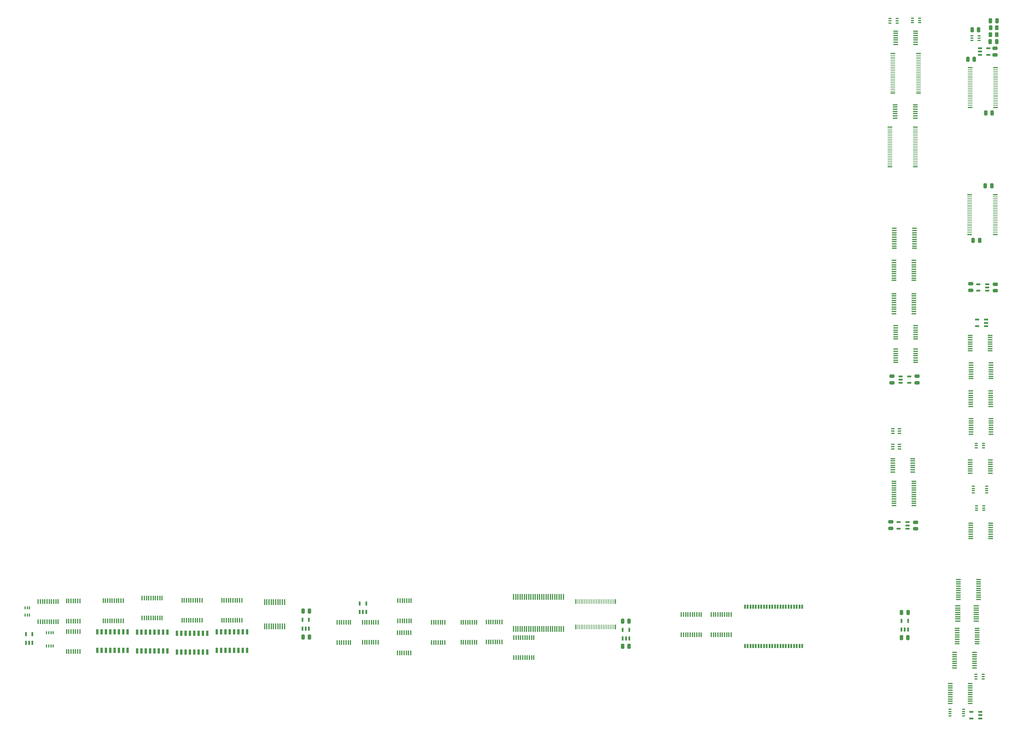
<source format=gtp>
%MOIN*%
%OFA0B0*%
%FSLAX46Y46*%
%IPPOS*%
%LPD*%
%AMRoundRect0*
4,1,4,
0.07874015748031496,0.11811023622047245,
0.15748031496062992,0.19685039370078741,
0.23622047244094491,0.27559055118110237,
0.31496062992125984,0.35433070866141736,
0.07874015748031496,0.11811023622047245,
0*
1,1,$1,$2,$3*
1,1,$1,$2,$3*
1,1,$1,$2,$3*
1,1,$1,$2,$3*
20,1,$1,$2,$3,$4,$5,0*
20,1,$1,$2,$3,$4,$5,0*
20,1,$1,$2,$3,$4,$5,0*
20,1,$1,$2,$3,$4,$5,0*%
%AMCOMP2020*
4,1,3,
0.018700787401574805,-0.00984251968503937,
0.018700787401574805,0.00984251968503937,
-0.018700787401574805,0.00984251968503937,
-0.018700787401574805,-0.00984251968503937,
0*
4,1,19,
0.018700787401574805,0,
0.021742293251721924,-0.00048172720181935506,
0.0244860753178393,-0.0018797539923725646,
0.026663553094241611,-0.0040572317687748707,
0.02806157988479482,-0.00680101383489225,
0.028543307086614175,-0.00984251968503937,
0.02806157988479482,-0.012884025535186491,
0.026663553094241611,-0.015627807601303868,
0.024486075317839306,-0.017805285377706176,
0.021742293251721924,-0.019203312168259386,
0.018700787401574805,-0.01968503937007874,
0.015659281551427682,-0.019203312168259386,
0.012915499485310306,-0.017805285377706176,
0.010738021708907997,-0.015627807601303872,
0.0093399949183547871,-0.012884025535186491,
0.0088582677165354329,-0.0098425196850393734,
0.0093399949183547871,-0.0068010138348922524,
0.010738021708907997,-0.0040572317687748733,
0.012915499485310301,-0.0018797539923725657,
0.015659281551427682,-0.00048172720181935506,
0*
4,1,19,
0.018700787401574805,0.01968503937007874,
0.021742293251721924,0.019203312168259386,
0.0244860753178393,0.017805285377706176,
0.026663553094241611,0.015627807601303872,
0.02806157988479482,0.012884025535186491,
0.028543307086614175,0.00984251968503937,
0.02806157988479482,0.0068010138348922507,
0.026663553094241611,0.0040572317687748724,
0.024486075317839306,0.0018797539923725657,
0.021742293251721924,0.00048172720181935506,
0.018700787401574805,0,
0.015659281551427682,0.00048172720181935506,
0.012915499485310306,0.0018797539923725635,
0.010738021708907997,0.00405723176877487,
0.0093399949183547871,0.0068010138348922489,
0.0088582677165354329,0.0098425196850393682,
0.0093399949183547871,0.012884025535186489,
0.010738021708907997,0.015627807601303868,
0.012915499485310301,0.017805285377706176,
0.015659281551427682,0.019203312168259386,
0*
4,1,19,
-0.018700787401574805,0.01968503937007874,
-0.015659281551427682,0.019203312168259386,
-0.012915499485310303,0.017805285377706176,
-0.010738021708907997,0.015627807601303872,
-0.0093399949183547871,0.012884025535186491,
-0.0088582677165354329,0.00984251968503937,
-0.0093399949183547871,0.0068010138348922507,
-0.010738021708907997,0.0040572317687748724,
-0.012915499485310301,0.0018797539923725657,
-0.015659281551427682,0.00048172720181935506,
-0.0187007874015748,0,
-0.021742293251721927,0.00048172720181935506,
-0.0244860753178393,0.0018797539923725635,
-0.026663553094241611,0.00405723176877487,
-0.02806157988479482,0.0068010138348922489,
-0.028543307086614175,0.0098425196850393682,
-0.02806157988479482,0.012884025535186489,
-0.026663553094241611,0.015627807601303868,
-0.024486075317839306,0.017805285377706176,
-0.021742293251721924,0.019203312168259386,
0*
4,1,19,
-0.018700787401574805,0,
-0.015659281551427682,-0.00048172720181935506,
-0.012915499485310303,-0.0018797539923725646,
-0.010738021708907997,-0.0040572317687748707,
-0.0093399949183547871,-0.00680101383489225,
-0.0088582677165354329,-0.00984251968503937,
-0.0093399949183547871,-0.012884025535186491,
-0.010738021708907997,-0.015627807601303868,
-0.012915499485310301,-0.017805285377706176,
-0.015659281551427682,-0.019203312168259386,
-0.0187007874015748,-0.01968503937007874,
-0.021742293251721927,-0.019203312168259386,
-0.0244860753178393,-0.017805285377706176,
-0.026663553094241611,-0.015627807601303872,
-0.02806157988479482,-0.012884025535186491,
-0.028543307086614175,-0.0098425196850393734,
-0.02806157988479482,-0.0068010138348922524,
-0.026663553094241611,-0.0040572317687748733,
-0.024486075317839306,-0.0018797539923725657,
-0.021742293251721924,-0.00048172720181935506,
0*
4,1,3,
0.028543307086614175,-0.00984251968503937,
0.0088582677165354329,-0.00984251968503937,
0.0088582677165354329,0.00984251968503937,
0.028543307086614175,0.00984251968503937,
0*
4,1,3,
0.018700787401574805,0.01968503937007874,
0.018700787401574805,0,
-0.018700787401574805,0,
-0.018700787401574805,0.01968503937007874,
0*
4,1,3,
-0.028543307086614175,0.00984251968503937,
-0.0088582677165354329,0.00984251968503937,
-0.0088582677165354329,-0.00984251968503937,
-0.028543307086614175,-0.00984251968503937,
0*
4,1,3,
-0.018700787401574805,-0.01968503937007874,
-0.018700787401574805,0,
0.018700787401574805,0,
0.018700787401574805,-0.01968503937007874,
0*%
%AMRoundRect1*
4,1,4,
0.07874015748031496,0.11811023622047245,
0.15748031496062992,0.19685039370078741,
0.23622047244094491,0.27559055118110237,
0.31496062992125984,0.35433070866141736,
0.07874015748031496,0.11811023622047245,
0*
1,1,$1,$2,$3*
1,1,$1,$2,$3*
1,1,$1,$2,$3*
1,1,$1,$2,$3*
20,1,$1,$2,$3,$4,$5,0*
20,1,$1,$2,$3,$4,$5,0*
20,1,$1,$2,$3,$4,$5,0*
20,1,$1,$2,$3,$4,$5,0*%
%AMCOMP2170*
4,1,3,
-0.010334645669291339,-0.017716535433070866,
0.010334645669291339,-0.017716535433070866,
0.010334645669291339,0.017716535433070866,
-0.010334645669291339,0.017716535433070866,
0*
4,1,19,
-0.010334645669291339,-0.0078740157480314977,
-0.0072931398191442192,-0.0083557429498508518,
-0.00454935775302684,-0.0097537697404040617,
-0.0023718799766245333,-0.011931247516806368,
-0.000973853186071324,-0.014675029582923747,
-0.00049212598425196893,-0.017716535433070866,
-0.000973853186071323,-0.020758041283217985,
-0.0023718799766245333,-0.023501823349335368,
-0.0045493577530268392,-0.025679301125737672,
-0.0072931398191442192,-0.027077327916290882,
-0.010334645669291338,-0.027559055118110236,
-0.013376151519438462,-0.027077327916290882,
-0.016119933585555839,-0.025679301125737675,
-0.018297411361958144,-0.023501823349335368,
-0.019695438152511353,-0.020758041283217992,
-0.020177165354330708,-0.017716535433070869,
-0.019695438152511353,-0.014675029582923748,
-0.018297411361958147,-0.011931247516806369,
-0.016119933585555843,-0.0097537697404040634,
-0.013376151519438462,-0.0083557429498508518,
0*
4,1,19,
0.010334645669291339,-0.0078740157480314977,
0.01337615151943846,-0.0083557429498508518,
0.016119933585555839,-0.0097537697404040617,
0.018297411361958147,-0.011931247516806368,
0.019695438152511353,-0.014675029582923747,
0.020177165354330708,-0.017716535433070866,
0.019695438152511353,-0.020758041283217985,
0.018297411361958147,-0.023501823349335368,
0.016119933585555839,-0.025679301125737672,
0.01337615151943846,-0.027077327916290882,
0.010334645669291341,-0.027559055118110236,
0.0072931398191442166,-0.027077327916290882,
0.0045493577530268409,-0.025679301125737675,
0.0023718799766245346,-0.023501823349335368,
0.000973853186071324,-0.020758041283217992,
0.00049212598425196893,-0.017716535433070869,
0.000973853186071323,-0.014675029582923748,
0.0023718799766245325,-0.011931247516806369,
0.0045493577530268375,-0.0097537697404040634,
0.0072931398191442166,-0.0083557429498508518,
0*
4,1,19,
0.010334645669291339,0.027559055118110236,
0.01337615151943846,0.027077327916290882,
0.016119933585555839,0.025679301125737672,
0.018297411361958147,0.023501823349335368,
0.019695438152511353,0.020758041283217985,
0.020177165354330708,0.017716535433070866,
0.019695438152511353,0.014675029582923748,
0.018297411361958147,0.011931247516806368,
0.016119933585555839,0.0097537697404040634,
0.01337615151943846,0.0083557429498508518,
0.010334645669291341,0.0078740157480314977,
0.0072931398191442166,0.0083557429498508518,
0.0045493577530268409,0.00975376974040406,
0.0023718799766245346,0.011931247516806368,
0.000973853186071324,0.014675029582923745,
0.00049212598425196893,0.017716535433070866,
0.000973853186071323,0.020758041283217985,
0.0023718799766245325,0.023501823349335368,
0.0045493577530268375,0.025679301125737672,
0.0072931398191442166,0.027077327916290882,
0*
4,1,19,
-0.010334645669291339,0.027559055118110236,
-0.0072931398191442192,0.027077327916290882,
-0.00454935775302684,0.025679301125737672,
-0.0023718799766245333,0.023501823349335368,
-0.000973853186071324,0.020758041283217985,
-0.00049212598425196893,0.017716535433070866,
-0.000973853186071323,0.014675029582923748,
-0.0023718799766245333,0.011931247516806368,
-0.0045493577530268392,0.0097537697404040634,
-0.0072931398191442192,0.0083557429498508518,
-0.010334645669291338,0.0078740157480314977,
-0.013376151519438462,0.0083557429498508518,
-0.016119933585555839,0.00975376974040406,
-0.018297411361958144,0.011931247516806368,
-0.019695438152511353,0.014675029582923745,
-0.020177165354330708,0.017716535433070866,
-0.019695438152511353,0.020758041283217985,
-0.018297411361958147,0.023501823349335368,
-0.016119933585555843,0.025679301125737672,
-0.013376151519438462,0.027077327916290882,
0*
4,1,3,
-0.010334645669291339,-0.027559055118110236,
-0.010334645669291339,-0.0078740157480314977,
0.010334645669291339,-0.0078740157480314977,
0.010334645669291339,-0.027559055118110236,
0*
4,1,3,
0.020177165354330708,-0.017716535433070866,
0.00049212598425196893,-0.017716535433070866,
0.00049212598425196893,0.017716535433070866,
0.020177165354330708,0.017716535433070866,
0*
4,1,3,
0.010334645669291339,0.027559055118110236,
0.010334645669291339,0.0078740157480314977,
-0.010334645669291339,0.0078740157480314977,
-0.010334645669291339,0.027559055118110236,
0*
4,1,3,
-0.020177165354330708,0.017716535433070866,
-0.00049212598425196893,0.017716535433070866,
-0.00049212598425196893,-0.017716535433070866,
-0.020177165354330708,-0.017716535433070866,
0*%
%AMCOMP2180*
4,1,3,
-0.00984251968503937,-0.018700787401574805,
0.00984251968503937,-0.018700787401574805,
0.00984251968503937,0.018700787401574805,
-0.00984251968503937,0.018700787401574805,
0*
4,1,19,
-0.00984251968503937,-0.0088582677165354329,
-0.00680101383489225,-0.0093399949183547871,
-0.0040572317687748707,-0.010738021708907997,
-0.0018797539923725646,-0.012915499485310303,
-0.00048172720181935506,-0.015659281551427682,
0,-0.018700787401574805,
-0.00048172720181935392,-0.021742293251721924,
-0.0018797539923725646,-0.0244860753178393,
-0.00405723176877487,-0.026663553094241611,
-0.00680101383489225,-0.02806157988479482,
-0.00984251968503937,-0.028543307086614175,
-0.012884025535186494,-0.02806157988479482,
-0.015627807601303868,-0.026663553094241611,
-0.017805285377706176,-0.024486075317839306,
-0.019203312168259386,-0.021742293251721924,
-0.01968503937007874,-0.018700787401574805,
-0.019203312168259386,-0.015659281551427685,
-0.017805285377706176,-0.012915499485310306,
-0.015627807601303872,-0.010738021708907997,
-0.012884025535186494,-0.0093399949183547871,
0*
4,1,19,
0.00984251968503937,-0.0088582677165354329,
0.012884025535186491,-0.0093399949183547871,
0.015627807601303872,-0.010738021708907997,
0.017805285377706176,-0.012915499485310303,
0.019203312168259386,-0.015659281551427682,
0.01968503937007874,-0.018700787401574805,
0.019203312168259386,-0.021742293251721924,
0.017805285377706176,-0.0244860753178393,
0.015627807601303872,-0.026663553094241611,
0.012884025535186491,-0.02806157988479482,
0.0098425196850393734,-0.028543307086614175,
0.0068010138348922481,-0.02806157988479482,
0.0040572317687748724,-0.026663553094241611,
0.0018797539923725657,-0.024486075317839306,
0.00048172720181935506,-0.021742293251721924,
0,-0.018700787401574805,
0.00048172720181935392,-0.015659281551427685,
0.0018797539923725635,-0.012915499485310306,
0.004057231768774869,-0.010738021708907997,
0.0068010138348922481,-0.0093399949183547871,
0*
4,1,19,
0.00984251968503937,0.028543307086614175,
0.012884025535186491,0.02806157988479482,
0.015627807601303872,0.026663553094241611,
0.017805285377706176,0.0244860753178393,
0.019203312168259386,0.021742293251721924,
0.01968503937007874,0.018700787401574805,
0.019203312168259386,0.015659281551427682,
0.017805285377706176,0.012915499485310306,
0.015627807601303872,0.010738021708907997,
0.012884025535186491,0.0093399949183547871,
0.0098425196850393734,0.0088582677165354329,
0.0068010138348922481,0.0093399949183547871,
0.0040572317687748724,0.010738021708907997,
0.0018797539923725657,0.012915499485310301,
0.00048172720181935506,0.015659281551427682,
0,0.0187007874015748,
0.00048172720181935392,0.02174229325172192,
0.0018797539923725635,0.0244860753178393,
0.004057231768774869,0.026663553094241611,
0.0068010138348922481,0.02806157988479482,
0*
4,1,19,
-0.00984251968503937,0.028543307086614175,
-0.00680101383489225,0.02806157988479482,
-0.0040572317687748707,0.026663553094241611,
-0.0018797539923725646,0.0244860753178393,
-0.00048172720181935506,0.021742293251721924,
0,0.018700787401574805,
-0.00048172720181935392,0.015659281551427682,
-0.0018797539923725646,0.012915499485310306,
-0.00405723176877487,0.010738021708907997,
-0.00680101383489225,0.0093399949183547871,
-0.00984251968503937,0.0088582677165354329,
-0.012884025535186494,0.0093399949183547871,
-0.015627807601303868,0.010738021708907997,
-0.017805285377706176,0.012915499485310301,
-0.019203312168259386,0.015659281551427682,
-0.01968503937007874,0.0187007874015748,
-0.019203312168259386,0.02174229325172192,
-0.017805285377706176,0.0244860753178393,
-0.015627807601303872,0.026663553094241611,
-0.012884025535186494,0.02806157988479482,
0*
4,1,3,
-0.00984251968503937,-0.028543307086614175,
-0.00984251968503937,-0.0088582677165354329,
0.00984251968503937,-0.0088582677165354329,
0.00984251968503937,-0.028543307086614175,
0*
4,1,3,
0.01968503937007874,-0.018700787401574805,
0,-0.018700787401574805,
0,0.018700787401574805,
0.01968503937007874,0.018700787401574805,
0*
4,1,3,
0.00984251968503937,0.028543307086614175,
0.00984251968503937,0.0088582677165354329,
-0.00984251968503937,0.0088582677165354329,
-0.00984251968503937,0.028543307086614175,
0*
4,1,3,
-0.01968503937007874,0.018700787401574805,
0,0.018700787401574805,
0,-0.018700787401574805,
-0.01968503937007874,-0.018700787401574805,
0*%
%AMCOMP2190*
4,1,3,
0.018700787401574805,-0.00984251968503937,
0.018700787401574805,0.00984251968503937,
-0.018700787401574805,0.00984251968503937,
-0.018700787401574805,-0.00984251968503937,
0*
4,1,19,
0.018700787401574805,0,
0.021742293251721924,-0.00048172720181935506,
0.0244860753178393,-0.0018797539923725646,
0.026663553094241611,-0.0040572317687748707,
0.02806157988479482,-0.00680101383489225,
0.028543307086614175,-0.00984251968503937,
0.02806157988479482,-0.012884025535186491,
0.026663553094241611,-0.015627807601303868,
0.024486075317839306,-0.017805285377706176,
0.021742293251721924,-0.019203312168259386,
0.018700787401574805,-0.01968503937007874,
0.015659281551427682,-0.019203312168259386,
0.012915499485310306,-0.017805285377706176,
0.010738021708907997,-0.015627807601303872,
0.0093399949183547871,-0.012884025535186491,
0.0088582677165354329,-0.0098425196850393734,
0.0093399949183547871,-0.0068010138348922524,
0.010738021708907997,-0.0040572317687748733,
0.012915499485310301,-0.0018797539923725657,
0.015659281551427682,-0.00048172720181935506,
0*
4,1,19,
0.018700787401574805,0.01968503937007874,
0.021742293251721924,0.019203312168259386,
0.0244860753178393,0.017805285377706176,
0.026663553094241611,0.015627807601303872,
0.02806157988479482,0.012884025535186491,
0.028543307086614175,0.00984251968503937,
0.02806157988479482,0.0068010138348922507,
0.026663553094241611,0.0040572317687748724,
0.024486075317839306,0.0018797539923725657,
0.021742293251721924,0.00048172720181935506,
0.018700787401574805,0,
0.015659281551427682,0.00048172720181935506,
0.012915499485310306,0.0018797539923725635,
0.010738021708907997,0.00405723176877487,
0.0093399949183547871,0.0068010138348922489,
0.0088582677165354329,0.0098425196850393682,
0.0093399949183547871,0.012884025535186489,
0.010738021708907997,0.015627807601303868,
0.012915499485310301,0.017805285377706176,
0.015659281551427682,0.019203312168259386,
0*
4,1,19,
-0.018700787401574805,0.01968503937007874,
-0.015659281551427682,0.019203312168259386,
-0.012915499485310303,0.017805285377706176,
-0.010738021708907997,0.015627807601303872,
-0.0093399949183547871,0.012884025535186491,
-0.0088582677165354329,0.00984251968503937,
-0.0093399949183547871,0.0068010138348922507,
-0.010738021708907997,0.0040572317687748724,
-0.012915499485310301,0.0018797539923725657,
-0.015659281551427682,0.00048172720181935506,
-0.0187007874015748,0,
-0.021742293251721927,0.00048172720181935506,
-0.0244860753178393,0.0018797539923725635,
-0.026663553094241611,0.00405723176877487,
-0.02806157988479482,0.0068010138348922489,
-0.028543307086614175,0.0098425196850393682,
-0.02806157988479482,0.012884025535186489,
-0.026663553094241611,0.015627807601303868,
-0.024486075317839306,0.017805285377706176,
-0.021742293251721924,0.019203312168259386,
0*
4,1,19,
-0.018700787401574805,0,
-0.015659281551427682,-0.00048172720181935506,
-0.012915499485310303,-0.0018797539923725646,
-0.010738021708907997,-0.0040572317687748707,
-0.0093399949183547871,-0.00680101383489225,
-0.0088582677165354329,-0.00984251968503937,
-0.0093399949183547871,-0.012884025535186491,
-0.010738021708907997,-0.015627807601303868,
-0.012915499485310301,-0.017805285377706176,
-0.015659281551427682,-0.019203312168259386,
-0.0187007874015748,-0.01968503937007874,
-0.021742293251721927,-0.019203312168259386,
-0.0244860753178393,-0.017805285377706176,
-0.026663553094241611,-0.015627807601303872,
-0.02806157988479482,-0.012884025535186491,
-0.028543307086614175,-0.0098425196850393734,
-0.02806157988479482,-0.0068010138348922524,
-0.026663553094241611,-0.0040572317687748733,
-0.024486075317839306,-0.0018797539923725657,
-0.021742293251721924,-0.00048172720181935506,
0*
4,1,3,
0.028543307086614175,-0.00984251968503937,
0.0088582677165354329,-0.00984251968503937,
0.0088582677165354329,0.00984251968503937,
0.028543307086614175,0.00984251968503937,
0*
4,1,3,
0.018700787401574805,0.01968503937007874,
0.018700787401574805,0,
-0.018700787401574805,0,
-0.018700787401574805,0.01968503937007874,
0*
4,1,3,
-0.028543307086614175,0.00984251968503937,
-0.0088582677165354329,0.00984251968503937,
-0.0088582677165354329,-0.00984251968503937,
-0.028543307086614175,-0.00984251968503937,
0*
4,1,3,
-0.018700787401574805,-0.01968503937007874,
-0.018700787401574805,0,
0.018700787401574805,0,
0.018700787401574805,-0.01968503937007874,
0*%
%AMCOMP2200*
4,1,3,
0.00984251968503937,0.018700787401574805,
-0.00984251968503937,0.018700787401574805,
-0.00984251968503937,-0.018700787401574805,
0.00984251968503937,-0.018700787401574805,
0*
4,1,19,
0.00984251968503937,0.028543307086614175,
0.012884025535186491,0.02806157988479482,
0.015627807601303872,0.026663553094241611,
0.017805285377706176,0.0244860753178393,
0.019203312168259386,0.021742293251721924,
0.01968503937007874,0.018700787401574805,
0.019203312168259386,0.015659281551427682,
0.017805285377706176,0.012915499485310306,
0.015627807601303872,0.010738021708907997,
0.012884025535186491,0.0093399949183547871,
0.0098425196850393734,0.0088582677165354329,
0.0068010138348922481,0.0093399949183547871,
0.0040572317687748724,0.010738021708907997,
0.0018797539923725657,0.012915499485310301,
0.00048172720181935506,0.015659281551427682,
0,0.0187007874015748,
0.00048172720181935392,0.02174229325172192,
0.0018797539923725635,0.0244860753178393,
0.004057231768774869,0.026663553094241611,
0.0068010138348922481,0.02806157988479482,
0*
4,1,19,
-0.00984251968503937,0.028543307086614175,
-0.00680101383489225,0.02806157988479482,
-0.0040572317687748707,0.026663553094241611,
-0.0018797539923725646,0.0244860753178393,
-0.00048172720181935506,0.021742293251721924,
0,0.018700787401574805,
-0.00048172720181935392,0.015659281551427682,
-0.0018797539923725646,0.012915499485310306,
-0.00405723176877487,0.010738021708907997,
-0.00680101383489225,0.0093399949183547871,
-0.00984251968503937,0.0088582677165354329,
-0.012884025535186494,0.0093399949183547871,
-0.015627807601303868,0.010738021708907997,
-0.017805285377706176,0.012915499485310301,
-0.019203312168259386,0.015659281551427682,
-0.01968503937007874,0.0187007874015748,
-0.019203312168259386,0.02174229325172192,
-0.017805285377706176,0.0244860753178393,
-0.015627807601303872,0.026663553094241611,
-0.012884025535186494,0.02806157988479482,
0*
4,1,19,
-0.00984251968503937,-0.0088582677165354329,
-0.00680101383489225,-0.0093399949183547871,
-0.0040572317687748707,-0.010738021708907997,
-0.0018797539923725646,-0.012915499485310303,
-0.00048172720181935506,-0.015659281551427682,
0,-0.018700787401574805,
-0.00048172720181935392,-0.021742293251721924,
-0.0018797539923725646,-0.0244860753178393,
-0.00405723176877487,-0.026663553094241611,
-0.00680101383489225,-0.02806157988479482,
-0.00984251968503937,-0.028543307086614175,
-0.012884025535186494,-0.02806157988479482,
-0.015627807601303868,-0.026663553094241611,
-0.017805285377706176,-0.024486075317839306,
-0.019203312168259386,-0.021742293251721924,
-0.01968503937007874,-0.018700787401574805,
-0.019203312168259386,-0.015659281551427685,
-0.017805285377706176,-0.012915499485310306,
-0.015627807601303872,-0.010738021708907997,
-0.012884025535186494,-0.0093399949183547871,
0*
4,1,19,
0.00984251968503937,-0.0088582677165354329,
0.012884025535186491,-0.0093399949183547871,
0.015627807601303872,-0.010738021708907997,
0.017805285377706176,-0.012915499485310303,
0.019203312168259386,-0.015659281551427682,
0.01968503937007874,-0.018700787401574805,
0.019203312168259386,-0.021742293251721924,
0.017805285377706176,-0.0244860753178393,
0.015627807601303872,-0.026663553094241611,
0.012884025535186491,-0.02806157988479482,
0.0098425196850393734,-0.028543307086614175,
0.0068010138348922481,-0.02806157988479482,
0.0040572317687748724,-0.026663553094241611,
0.0018797539923725657,-0.024486075317839306,
0.00048172720181935506,-0.021742293251721924,
0,-0.018700787401574805,
0.00048172720181935392,-0.015659281551427685,
0.0018797539923725635,-0.012915499485310306,
0.004057231768774869,-0.010738021708907997,
0.0068010138348922481,-0.0093399949183547871,
0*
4,1,3,
0.00984251968503937,0.028543307086614175,
0.00984251968503937,0.0088582677165354329,
-0.00984251968503937,0.0088582677165354329,
-0.00984251968503937,0.028543307086614175,
0*
4,1,3,
-0.01968503937007874,0.018700787401574805,
0,0.018700787401574805,
0,-0.018700787401574805,
-0.01968503937007874,-0.018700787401574805,
0*
4,1,3,
-0.00984251968503937,-0.028543307086614175,
-0.00984251968503937,-0.0088582677165354329,
0.00984251968503937,-0.0088582677165354329,
0.00984251968503937,-0.028543307086614175,
0*
4,1,3,
0.01968503937007874,-0.018700787401574805,
0,-0.018700787401574805,
0,0.018700787401574805,
0.01968503937007874,0.018700787401574805,
0*%
%AMCOMP2210*
4,1,3,
-0.018700787401574805,0.00984251968503937,
-0.018700787401574805,-0.00984251968503937,
0.018700787401574805,-0.00984251968503937,
0.018700787401574805,0.00984251968503937,
0*
4,1,19,
-0.018700787401574805,0.01968503937007874,
-0.015659281551427682,0.019203312168259386,
-0.012915499485310303,0.017805285377706176,
-0.010738021708907997,0.015627807601303872,
-0.0093399949183547871,0.012884025535186491,
-0.0088582677165354329,0.00984251968503937,
-0.0093399949183547871,0.0068010138348922507,
-0.010738021708907997,0.0040572317687748724,
-0.012915499485310301,0.0018797539923725657,
-0.015659281551427682,0.00048172720181935506,
-0.0187007874015748,0,
-0.021742293251721927,0.00048172720181935506,
-0.0244860753178393,0.0018797539923725635,
-0.026663553094241611,0.00405723176877487,
-0.02806157988479482,0.0068010138348922489,
-0.028543307086614175,0.0098425196850393682,
-0.02806157988479482,0.012884025535186489,
-0.026663553094241611,0.015627807601303868,
-0.024486075317839306,0.017805285377706176,
-0.021742293251721924,0.019203312168259386,
0*
4,1,19,
-0.018700787401574805,0,
-0.015659281551427682,-0.00048172720181935506,
-0.012915499485310303,-0.0018797539923725646,
-0.010738021708907997,-0.0040572317687748707,
-0.0093399949183547871,-0.00680101383489225,
-0.0088582677165354329,-0.00984251968503937,
-0.0093399949183547871,-0.012884025535186491,
-0.010738021708907997,-0.015627807601303868,
-0.012915499485310301,-0.017805285377706176,
-0.015659281551427682,-0.019203312168259386,
-0.0187007874015748,-0.01968503937007874,
-0.021742293251721927,-0.019203312168259386,
-0.0244860753178393,-0.017805285377706176,
-0.026663553094241611,-0.015627807601303872,
-0.02806157988479482,-0.012884025535186491,
-0.028543307086614175,-0.0098425196850393734,
-0.02806157988479482,-0.0068010138348922524,
-0.026663553094241611,-0.0040572317687748733,
-0.024486075317839306,-0.0018797539923725657,
-0.021742293251721924,-0.00048172720181935506,
0*
4,1,19,
0.018700787401574805,0,
0.021742293251721924,-0.00048172720181935506,
0.0244860753178393,-0.0018797539923725646,
0.026663553094241611,-0.0040572317687748707,
0.02806157988479482,-0.00680101383489225,
0.028543307086614175,-0.00984251968503937,
0.02806157988479482,-0.012884025535186491,
0.026663553094241611,-0.015627807601303868,
0.024486075317839306,-0.017805285377706176,
0.021742293251721924,-0.019203312168259386,
0.018700787401574805,-0.01968503937007874,
0.015659281551427682,-0.019203312168259386,
0.012915499485310306,-0.017805285377706176,
0.010738021708907997,-0.015627807601303872,
0.0093399949183547871,-0.012884025535186491,
0.0088582677165354329,-0.0098425196850393734,
0.0093399949183547871,-0.0068010138348922524,
0.010738021708907997,-0.0040572317687748733,
0.012915499485310301,-0.0018797539923725657,
0.015659281551427682,-0.00048172720181935506,
0*
4,1,19,
0.018700787401574805,0.01968503937007874,
0.021742293251721924,0.019203312168259386,
0.0244860753178393,0.017805285377706176,
0.026663553094241611,0.015627807601303872,
0.02806157988479482,0.012884025535186491,
0.028543307086614175,0.00984251968503937,
0.02806157988479482,0.0068010138348922507,
0.026663553094241611,0.0040572317687748724,
0.024486075317839306,0.0018797539923725657,
0.021742293251721924,0.00048172720181935506,
0.018700787401574805,0,
0.015659281551427682,0.00048172720181935506,
0.012915499485310306,0.0018797539923725635,
0.010738021708907997,0.00405723176877487,
0.0093399949183547871,0.0068010138348922489,
0.0088582677165354329,0.0098425196850393682,
0.0093399949183547871,0.012884025535186489,
0.010738021708907997,0.015627807601303868,
0.012915499485310301,0.017805285377706176,
0.015659281551427682,0.019203312168259386,
0*
4,1,3,
-0.028543307086614175,0.00984251968503937,
-0.0088582677165354329,0.00984251968503937,
-0.0088582677165354329,-0.00984251968503937,
-0.028543307086614175,-0.00984251968503937,
0*
4,1,3,
-0.018700787401574805,-0.01968503937007874,
-0.018700787401574805,0,
0.018700787401574805,0,
0.018700787401574805,-0.01968503937007874,
0*
4,1,3,
0.028543307086614175,-0.00984251968503937,
0.0088582677165354329,-0.00984251968503937,
0.0088582677165354329,0.00984251968503937,
0.028543307086614175,0.00984251968503937,
0*
4,1,3,
0.018700787401574805,0.01968503937007874,
0.018700787401574805,0,
-0.018700787401574805,0,
-0.018700787401574805,0.01968503937007874,
0*%
%AMRoundRect0*
4,1,4,
0.07874015748031496,0.11811023622047245,
0.15748031496062992,0.19685039370078741,
0.23622047244094491,0.27559055118110237,
0.31496062992125984,0.35433070866141736,
0.07874015748031496,0.11811023622047245,
0*
1,1,$1,$2,$3*
1,1,$1,$2,$3*
1,1,$1,$2,$3*
1,1,$1,$2,$3*
20,1,$1,$2,$3,$4,$5,0*
20,1,$1,$2,$3,$4,$5,0*
20,1,$1,$2,$3,$4,$5,0*
20,1,$1,$2,$3,$4,$5,0*%
%AMCOMP2360*
4,1,3,
0.018700787401574805,-0.00984251968503937,
0.018700787401574805,0.00984251968503937,
-0.018700787401574805,0.00984251968503937,
-0.018700787401574805,-0.00984251968503937,
0*
4,1,19,
0.018700787401574805,0,
0.021742293251721924,-0.00048172720181935506,
0.0244860753178393,-0.0018797539923725646,
0.026663553094241611,-0.0040572317687748707,
0.02806157988479482,-0.00680101383489225,
0.028543307086614175,-0.00984251968503937,
0.02806157988479482,-0.012884025535186491,
0.026663553094241611,-0.015627807601303868,
0.024486075317839306,-0.017805285377706176,
0.021742293251721924,-0.019203312168259386,
0.018700787401574805,-0.01968503937007874,
0.015659281551427682,-0.019203312168259386,
0.012915499485310306,-0.017805285377706176,
0.010738021708907997,-0.015627807601303872,
0.0093399949183547871,-0.012884025535186491,
0.0088582677165354329,-0.0098425196850393734,
0.0093399949183547871,-0.0068010138348922524,
0.010738021708907997,-0.0040572317687748733,
0.012915499485310301,-0.0018797539923725657,
0.015659281551427682,-0.00048172720181935506,
0*
4,1,19,
0.018700787401574805,0.01968503937007874,
0.021742293251721924,0.019203312168259386,
0.0244860753178393,0.017805285377706176,
0.026663553094241611,0.015627807601303872,
0.02806157988479482,0.012884025535186491,
0.028543307086614175,0.00984251968503937,
0.02806157988479482,0.0068010138348922507,
0.026663553094241611,0.0040572317687748724,
0.024486075317839306,0.0018797539923725657,
0.021742293251721924,0.00048172720181935506,
0.018700787401574805,0,
0.015659281551427682,0.00048172720181935506,
0.012915499485310306,0.0018797539923725635,
0.010738021708907997,0.00405723176877487,
0.0093399949183547871,0.0068010138348922489,
0.0088582677165354329,0.0098425196850393682,
0.0093399949183547871,0.012884025535186489,
0.010738021708907997,0.015627807601303868,
0.012915499485310301,0.017805285377706176,
0.015659281551427682,0.019203312168259386,
0*
4,1,19,
-0.018700787401574805,0.01968503937007874,
-0.015659281551427682,0.019203312168259386,
-0.012915499485310303,0.017805285377706176,
-0.010738021708907997,0.015627807601303872,
-0.0093399949183547871,0.012884025535186491,
-0.0088582677165354329,0.00984251968503937,
-0.0093399949183547871,0.0068010138348922507,
-0.010738021708907997,0.0040572317687748724,
-0.012915499485310301,0.0018797539923725657,
-0.015659281551427682,0.00048172720181935506,
-0.0187007874015748,0,
-0.021742293251721927,0.00048172720181935506,
-0.0244860753178393,0.0018797539923725635,
-0.026663553094241611,0.00405723176877487,
-0.02806157988479482,0.0068010138348922489,
-0.028543307086614175,0.0098425196850393682,
-0.02806157988479482,0.012884025535186489,
-0.026663553094241611,0.015627807601303868,
-0.024486075317839306,0.017805285377706176,
-0.021742293251721924,0.019203312168259386,
0*
4,1,19,
-0.018700787401574805,0,
-0.015659281551427682,-0.00048172720181935506,
-0.012915499485310303,-0.0018797539923725646,
-0.010738021708907997,-0.0040572317687748707,
-0.0093399949183547871,-0.00680101383489225,
-0.0088582677165354329,-0.00984251968503937,
-0.0093399949183547871,-0.012884025535186491,
-0.010738021708907997,-0.015627807601303868,
-0.012915499485310301,-0.017805285377706176,
-0.015659281551427682,-0.019203312168259386,
-0.0187007874015748,-0.01968503937007874,
-0.021742293251721927,-0.019203312168259386,
-0.0244860753178393,-0.017805285377706176,
-0.026663553094241611,-0.015627807601303872,
-0.02806157988479482,-0.012884025535186491,
-0.028543307086614175,-0.0098425196850393734,
-0.02806157988479482,-0.0068010138348922524,
-0.026663553094241611,-0.0040572317687748733,
-0.024486075317839306,-0.0018797539923725657,
-0.021742293251721924,-0.00048172720181935506,
0*
4,1,3,
0.028543307086614175,-0.00984251968503937,
0.0088582677165354329,-0.00984251968503937,
0.0088582677165354329,0.00984251968503937,
0.028543307086614175,0.00984251968503937,
0*
4,1,3,
0.018700787401574805,0.01968503937007874,
0.018700787401574805,0,
-0.018700787401574805,0,
-0.018700787401574805,0.01968503937007874,
0*
4,1,3,
-0.028543307086614175,0.00984251968503937,
-0.0088582677165354329,0.00984251968503937,
-0.0088582677165354329,-0.00984251968503937,
-0.028543307086614175,-0.00984251968503937,
0*
4,1,3,
-0.018700787401574805,-0.01968503937007874,
-0.018700787401574805,0,
0.018700787401574805,0,
0.018700787401574805,-0.01968503937007874,
0*%
%AMCOMP2370*
4,1,3,
-0.018700787401574805,0.00984251968503937,
-0.018700787401574805,-0.00984251968503937,
0.018700787401574805,-0.00984251968503937,
0.018700787401574805,0.00984251968503937,
0*
4,1,19,
-0.018700787401574805,0.01968503937007874,
-0.015659281551427682,0.019203312168259386,
-0.012915499485310303,0.017805285377706176,
-0.010738021708907997,0.015627807601303872,
-0.0093399949183547871,0.012884025535186491,
-0.0088582677165354329,0.00984251968503937,
-0.0093399949183547871,0.0068010138348922507,
-0.010738021708907997,0.0040572317687748724,
-0.012915499485310301,0.0018797539923725657,
-0.015659281551427682,0.00048172720181935506,
-0.0187007874015748,0,
-0.021742293251721927,0.00048172720181935506,
-0.0244860753178393,0.0018797539923725635,
-0.026663553094241611,0.00405723176877487,
-0.02806157988479482,0.0068010138348922489,
-0.028543307086614175,0.0098425196850393682,
-0.02806157988479482,0.012884025535186489,
-0.026663553094241611,0.015627807601303868,
-0.024486075317839306,0.017805285377706176,
-0.021742293251721924,0.019203312168259386,
0*
4,1,19,
-0.018700787401574805,0,
-0.015659281551427682,-0.00048172720181935506,
-0.012915499485310303,-0.0018797539923725646,
-0.010738021708907997,-0.0040572317687748707,
-0.0093399949183547871,-0.00680101383489225,
-0.0088582677165354329,-0.00984251968503937,
-0.0093399949183547871,-0.012884025535186491,
-0.010738021708907997,-0.015627807601303868,
-0.012915499485310301,-0.017805285377706176,
-0.015659281551427682,-0.019203312168259386,
-0.0187007874015748,-0.01968503937007874,
-0.021742293251721927,-0.019203312168259386,
-0.0244860753178393,-0.017805285377706176,
-0.026663553094241611,-0.015627807601303872,
-0.02806157988479482,-0.012884025535186491,
-0.028543307086614175,-0.0098425196850393734,
-0.02806157988479482,-0.0068010138348922524,
-0.026663553094241611,-0.0040572317687748733,
-0.024486075317839306,-0.0018797539923725657,
-0.021742293251721924,-0.00048172720181935506,
0*
4,1,19,
0.018700787401574805,0,
0.021742293251721924,-0.00048172720181935506,
0.0244860753178393,-0.0018797539923725646,
0.026663553094241611,-0.0040572317687748707,
0.02806157988479482,-0.00680101383489225,
0.028543307086614175,-0.00984251968503937,
0.02806157988479482,-0.012884025535186491,
0.026663553094241611,-0.015627807601303868,
0.024486075317839306,-0.017805285377706176,
0.021742293251721924,-0.019203312168259386,
0.018700787401574805,-0.01968503937007874,
0.015659281551427682,-0.019203312168259386,
0.012915499485310306,-0.017805285377706176,
0.010738021708907997,-0.015627807601303872,
0.0093399949183547871,-0.012884025535186491,
0.0088582677165354329,-0.0098425196850393734,
0.0093399949183547871,-0.0068010138348922524,
0.010738021708907997,-0.0040572317687748733,
0.012915499485310301,-0.0018797539923725657,
0.015659281551427682,-0.00048172720181935506,
0*
4,1,19,
0.018700787401574805,0.01968503937007874,
0.021742293251721924,0.019203312168259386,
0.0244860753178393,0.017805285377706176,
0.026663553094241611,0.015627807601303872,
0.02806157988479482,0.012884025535186491,
0.028543307086614175,0.00984251968503937,
0.02806157988479482,0.0068010138348922507,
0.026663553094241611,0.0040572317687748724,
0.024486075317839306,0.0018797539923725657,
0.021742293251721924,0.00048172720181935506,
0.018700787401574805,0,
0.015659281551427682,0.00048172720181935506,
0.012915499485310306,0.0018797539923725635,
0.010738021708907997,0.00405723176877487,
0.0093399949183547871,0.0068010138348922489,
0.0088582677165354329,0.0098425196850393682,
0.0093399949183547871,0.012884025535186489,
0.010738021708907997,0.015627807601303868,
0.012915499485310301,0.017805285377706176,
0.015659281551427682,0.019203312168259386,
0*
4,1,3,
-0.028543307086614175,0.00984251968503937,
-0.0088582677165354329,0.00984251968503937,
-0.0088582677165354329,-0.00984251968503937,
-0.028543307086614175,-0.00984251968503937,
0*
4,1,3,
-0.018700787401574805,-0.01968503937007874,
-0.018700787401574805,0,
0.018700787401574805,0,
0.018700787401574805,-0.01968503937007874,
0*
4,1,3,
0.028543307086614175,-0.00984251968503937,
0.0088582677165354329,-0.00984251968503937,
0.0088582677165354329,0.00984251968503937,
0.028543307086614175,0.00984251968503937,
0*
4,1,3,
0.018700787401574805,0.01968503937007874,
0.018700787401574805,0,
-0.018700787401574805,0,
-0.018700787401574805,0.01968503937007874,
0*%
%AMRoundRect1*
4,1,4,
-0.11811023622047245,0.07874015748031496,
-0.19685039370078741,0.15748031496062992,
-0.27559055118110237,0.23622047244094491,
-0.35433070866141736,0.31496062992125984,
-0.11811023622047245,0.07874015748031496,
0*
1,1,$1,$2,$3*
1,1,$1,$2,$3*
1,1,$1,$2,$3*
1,1,$1,$2,$3*
20,1,$1,$2,$3,$4,$5,90*
20,1,$1,$2,$3,$4,$5,90*
20,1,$1,$2,$3,$4,$5,90*
20,1,$1,$2,$3,$4,$5,90*%
%AMCOMP2860*
4,1,3,
0.0098425196850393734,0.018700787401574805,
-0.00984251968503937,0.018700787401574805,
-0.0098425196850393734,-0.018700787401574805,
0.00984251968503937,-0.018700787401574805,
0*
4,1,19,
0.0000000000000000011450551536724983,0.018700787401574805,
0.00048172720181935636,0.021742293251721924,
0.0018797539923725659,0.0244860753178393,
0.0040572317687748724,0.026663553094241611,
0.0068010138348922524,0.02806157988479482,
0.00984251968503937,0.028543307086614175,
0.012884025535186494,0.02806157988479482,
0.015627807601303872,0.026663553094241611,
0.017805285377706179,0.024486075317839306,
0.019203312168259389,0.021742293251721924,
0.01968503937007874,0.018700787401574805,
0.019203312168259386,0.015659281551427678,
0.017805285377706176,0.012915499485310306,
0.015627807601303872,0.010738021708907997,
0.012884025535186491,0.0093399949183547871,
0.0098425196850393734,0.0088582677165354312,
0.0068010138348922533,0.0093399949183547871,
0.0040572317687748733,0.010738021708907997,
0.0018797539923725666,0.012915499485310301,
0.000481727201819356,0.015659281551427682,
0*
4,1,19,
-0.01968503937007874,0.018700787401574805,
-0.019203312168259386,0.021742293251721924,
-0.017805285377706176,0.0244860753178393,
-0.015627807601303868,0.026663553094241611,
-0.012884025535186489,0.02806157988479482,
-0.0098425196850393682,0.028543307086614175,
-0.0068010138348922489,0.02806157988479482,
-0.0040572317687748707,0.026663553094241611,
-0.0018797539923725642,0.024486075317839306,
-0.00048172720181935375,0.021742293251721924,
0.0000000000000000011450551536724986,0.018700787401574805,
-0.00048172720181935408,0.015659281551427682,
-0.0018797539923725627,0.012915499485310306,
-0.004057231768774869,0.010738021708907997,
-0.0068010138348922481,0.0093399949183547871,
-0.0098425196850393682,0.0088582677165354329,
-0.012884025535186489,0.0093399949183547871,
-0.015627807601303868,0.010738021708907997,
-0.017805285377706176,0.012915499485310301,
-0.019203312168259386,0.015659281551427682,
0*
4,1,19,
-0.01968503937007874,-0.0187007874015748,
-0.019203312168259386,-0.015659281551427682,
-0.017805285377706176,-0.012915499485310303,
-0.015627807601303872,-0.010738021708907997,
-0.012884025535186491,-0.0093399949183547871,
-0.00984251968503937,-0.0088582677165354312,
-0.0068010138348922524,-0.0093399949183547871,
-0.0040572317687748724,-0.010738021708907997,
-0.0018797539923725666,-0.012915499485310301,
-0.000481727201819356,-0.015659281551427682,
-0.0000000000000000011450551536724983,-0.0187007874015748,
-0.00048172720181935636,-0.021742293251721927,
-0.0018797539923725648,-0.0244860753178393,
-0.0040572317687748716,-0.026663553094241611,
-0.0068010138348922507,-0.02806157988479482,
-0.00984251968503937,-0.028543307086614175,
-0.012884025535186491,-0.02806157988479482,
-0.015627807601303872,-0.026663553094241611,
-0.017805285377706179,-0.024486075317839306,
-0.019203312168259389,-0.021742293251721924,
0*
4,1,19,
-0.0000000000000000011450551536724983,-0.018700787401574805,
0.00048172720181935408,-0.015659281551427682,
0.0018797539923725637,-0.012915499485310303,
0.0040572317687748707,-0.010738021708907997,
0.0068010138348922489,-0.0093399949183547871,
0.00984251968503937,-0.0088582677165354329,
0.012884025535186491,-0.0093399949183547871,
0.015627807601303868,-0.010738021708907997,
0.017805285377706176,-0.012915499485310301,
0.019203312168259386,-0.015659281551427685,
0.01968503937007874,-0.018700787401574805,
0.019203312168259386,-0.021742293251721927,
0.017805285377706176,-0.0244860753178393,
0.015627807601303872,-0.026663553094241611,
0.012884025535186489,-0.02806157988479482,
0.00984251968503937,-0.028543307086614175,
0.00680101383489225,-0.02806157988479482,
0.0040572317687748716,-0.026663553094241611,
0.0018797539923725642,-0.024486075317839306,
0.00048172720181935375,-0.021742293251721924,
0*
4,1,3,
0.0098425196850393734,0.028543307086614175,
0.00984251968503937,0.0088582677165354312,
-0.00984251968503937,0.0088582677165354329,
-0.0098425196850393682,0.028543307086614175,
0*
4,1,3,
-0.01968503937007874,0.018700787401574805,
0.0000000000000000011450551536724983,0.018700787401574805,
-0.0000000000000000011450551536724983,-0.018700787401574805,
-0.01968503937007874,-0.0187007874015748,
0*
4,1,3,
-0.0098425196850393734,-0.028543307086614175,
-0.00984251968503937,-0.0088582677165354312,
0.00984251968503937,-0.0088582677165354329,
0.0098425196850393682,-0.028543307086614175,
0*
4,1,3,
0.01968503937007874,-0.018700787401574805,
-0.0000000000000000011450551536724983,-0.018700787401574805,
0.0000000000000000011450551536724983,0.018700787401574805,
0.01968503937007874,0.0187007874015748,
0*%
%AMRoundRect0*
4,1,4,
-0.11811023622047245,0.07874015748031496,
-0.19685039370078741,0.15748031496062992,
-0.27559055118110237,0.23622047244094491,
-0.35433070866141736,0.31496062992125984,
-0.11811023622047245,0.07874015748031496,
0*
1,1,$1,$2,$3*
1,1,$1,$2,$3*
1,1,$1,$2,$3*
1,1,$1,$2,$3*
20,1,$1,$2,$3,$4,$5,90*
20,1,$1,$2,$3,$4,$5,90*
20,1,$1,$2,$3,$4,$5,90*
20,1,$1,$2,$3,$4,$5,90*%
%AMCOMP2990*
4,1,3,
0.0098425196850393734,0.018700787401574805,
-0.00984251968503937,0.018700787401574805,
-0.0098425196850393734,-0.018700787401574805,
0.00984251968503937,-0.018700787401574805,
0*
4,1,19,
0.0000000000000000011450551536724983,0.018700787401574805,
0.00048172720181935636,0.021742293251721924,
0.0018797539923725659,0.0244860753178393,
0.0040572317687748724,0.026663553094241611,
0.0068010138348922524,0.02806157988479482,
0.00984251968503937,0.028543307086614175,
0.012884025535186494,0.02806157988479482,
0.015627807601303872,0.026663553094241611,
0.017805285377706179,0.024486075317839306,
0.019203312168259389,0.021742293251721924,
0.01968503937007874,0.018700787401574805,
0.019203312168259386,0.015659281551427678,
0.017805285377706176,0.012915499485310306,
0.015627807601303872,0.010738021708907997,
0.012884025535186491,0.0093399949183547871,
0.0098425196850393734,0.0088582677165354312,
0.0068010138348922533,0.0093399949183547871,
0.0040572317687748733,0.010738021708907997,
0.0018797539923725666,0.012915499485310301,
0.000481727201819356,0.015659281551427682,
0*
4,1,19,
-0.01968503937007874,0.018700787401574805,
-0.019203312168259386,0.021742293251721924,
-0.017805285377706176,0.0244860753178393,
-0.015627807601303868,0.026663553094241611,
-0.012884025535186489,0.02806157988479482,
-0.0098425196850393682,0.028543307086614175,
-0.0068010138348922489,0.02806157988479482,
-0.0040572317687748707,0.026663553094241611,
-0.0018797539923725642,0.024486075317839306,
-0.00048172720181935375,0.021742293251721924,
0.0000000000000000011450551536724986,0.018700787401574805,
-0.00048172720181935408,0.015659281551427682,
-0.0018797539923725627,0.012915499485310306,
-0.004057231768774869,0.010738021708907997,
-0.0068010138348922481,0.0093399949183547871,
-0.0098425196850393682,0.0088582677165354329,
-0.012884025535186489,0.0093399949183547871,
-0.015627807601303868,0.010738021708907997,
-0.017805285377706176,0.012915499485310301,
-0.019203312168259386,0.015659281551427682,
0*
4,1,19,
-0.01968503937007874,-0.0187007874015748,
-0.019203312168259386,-0.015659281551427682,
-0.017805285377706176,-0.012915499485310303,
-0.015627807601303872,-0.010738021708907997,
-0.012884025535186491,-0.0093399949183547871,
-0.00984251968503937,-0.0088582677165354312,
-0.0068010138348922524,-0.0093399949183547871,
-0.0040572317687748724,-0.010738021708907997,
-0.0018797539923725666,-0.012915499485310301,
-0.000481727201819356,-0.015659281551427682,
-0.0000000000000000011450551536724983,-0.0187007874015748,
-0.00048172720181935636,-0.021742293251721927,
-0.0018797539923725648,-0.0244860753178393,
-0.0040572317687748716,-0.026663553094241611,
-0.0068010138348922507,-0.02806157988479482,
-0.00984251968503937,-0.028543307086614175,
-0.012884025535186491,-0.02806157988479482,
-0.015627807601303872,-0.026663553094241611,
-0.017805285377706179,-0.024486075317839306,
-0.019203312168259389,-0.021742293251721924,
0*
4,1,19,
-0.0000000000000000011450551536724983,-0.018700787401574805,
0.00048172720181935408,-0.015659281551427682,
0.0018797539923725637,-0.012915499485310303,
0.0040572317687748707,-0.010738021708907997,
0.0068010138348922489,-0.0093399949183547871,
0.00984251968503937,-0.0088582677165354329,
0.012884025535186491,-0.0093399949183547871,
0.015627807601303868,-0.010738021708907997,
0.017805285377706176,-0.012915499485310301,
0.019203312168259386,-0.015659281551427685,
0.01968503937007874,-0.018700787401574805,
0.019203312168259386,-0.021742293251721927,
0.017805285377706176,-0.0244860753178393,
0.015627807601303872,-0.026663553094241611,
0.012884025535186489,-0.02806157988479482,
0.00984251968503937,-0.028543307086614175,
0.00680101383489225,-0.02806157988479482,
0.0040572317687748716,-0.026663553094241611,
0.0018797539923725642,-0.024486075317839306,
0.00048172720181935375,-0.021742293251721924,
0*
4,1,3,
0.0098425196850393734,0.028543307086614175,
0.00984251968503937,0.0088582677165354312,
-0.00984251968503937,0.0088582677165354329,
-0.0098425196850393682,0.028543307086614175,
0*
4,1,3,
-0.01968503937007874,0.018700787401574805,
0.0000000000000000011450551536724983,0.018700787401574805,
-0.0000000000000000011450551536724983,-0.018700787401574805,
-0.01968503937007874,-0.0187007874015748,
0*
4,1,3,
-0.0098425196850393734,-0.028543307086614175,
-0.00984251968503937,-0.0088582677165354312,
0.00984251968503937,-0.0088582677165354329,
0.0098425196850393682,-0.028543307086614175,
0*
4,1,3,
0.01968503937007874,-0.018700787401574805,
-0.0000000000000000011450551536724983,-0.018700787401574805,
0.0000000000000000011450551536724983,0.018700787401574805,
0.01968503937007874,0.0187007874015748,
0*%
%AMRoundRect1*
4,1,4,
-0.11811023622047245,0.07874015748031496,
-0.19685039370078741,0.15748031496062992,
-0.27559055118110237,0.23622047244094491,
-0.35433070866141736,0.31496062992125984,
-0.11811023622047245,0.07874015748031496,
0*
1,1,$1,$2,$3*
1,1,$1,$2,$3*
1,1,$1,$2,$3*
1,1,$1,$2,$3*
20,1,$1,$2,$3,$4,$5,90*
20,1,$1,$2,$3,$4,$5,90*
20,1,$1,$2,$3,$4,$5,90*
20,1,$1,$2,$3,$4,$5,90*%
%AMCOMP3140*
4,1,3,
0.0098425196850393734,0.018700787401574805,
-0.00984251968503937,0.018700787401574805,
-0.0098425196850393734,-0.018700787401574805,
0.00984251968503937,-0.018700787401574805,
0*
4,1,19,
0.0000000000000000011450551536724983,0.018700787401574805,
0.00048172720181935636,0.021742293251721924,
0.0018797539923725659,0.0244860753178393,
0.0040572317687748724,0.026663553094241611,
0.0068010138348922524,0.02806157988479482,
0.00984251968503937,0.028543307086614175,
0.012884025535186494,0.02806157988479482,
0.015627807601303872,0.026663553094241611,
0.017805285377706179,0.024486075317839306,
0.019203312168259389,0.021742293251721924,
0.01968503937007874,0.018700787401574805,
0.019203312168259386,0.015659281551427678,
0.017805285377706176,0.012915499485310306,
0.015627807601303872,0.010738021708907997,
0.012884025535186491,0.0093399949183547871,
0.0098425196850393734,0.0088582677165354312,
0.0068010138348922533,0.0093399949183547871,
0.0040572317687748733,0.010738021708907997,
0.0018797539923725666,0.012915499485310301,
0.000481727201819356,0.015659281551427682,
0*
4,1,19,
-0.01968503937007874,0.018700787401574805,
-0.019203312168259386,0.021742293251721924,
-0.017805285377706176,0.0244860753178393,
-0.015627807601303868,0.026663553094241611,
-0.012884025535186489,0.02806157988479482,
-0.0098425196850393682,0.028543307086614175,
-0.0068010138348922489,0.02806157988479482,
-0.0040572317687748707,0.026663553094241611,
-0.0018797539923725642,0.024486075317839306,
-0.00048172720181935375,0.021742293251721924,
0.0000000000000000011450551536724986,0.018700787401574805,
-0.00048172720181935408,0.015659281551427682,
-0.0018797539923725627,0.012915499485310306,
-0.004057231768774869,0.010738021708907997,
-0.0068010138348922481,0.0093399949183547871,
-0.0098425196850393682,0.0088582677165354329,
-0.012884025535186489,0.0093399949183547871,
-0.015627807601303868,0.010738021708907997,
-0.017805285377706176,0.012915499485310301,
-0.019203312168259386,0.015659281551427682,
0*
4,1,19,
-0.01968503937007874,-0.0187007874015748,
-0.019203312168259386,-0.015659281551427682,
-0.017805285377706176,-0.012915499485310303,
-0.015627807601303872,-0.010738021708907997,
-0.012884025535186491,-0.0093399949183547871,
-0.00984251968503937,-0.0088582677165354312,
-0.0068010138348922524,-0.0093399949183547871,
-0.0040572317687748724,-0.010738021708907997,
-0.0018797539923725666,-0.012915499485310301,
-0.000481727201819356,-0.015659281551427682,
-0.0000000000000000011450551536724983,-0.0187007874015748,
-0.00048172720181935636,-0.021742293251721927,
-0.0018797539923725648,-0.0244860753178393,
-0.0040572317687748716,-0.026663553094241611,
-0.0068010138348922507,-0.02806157988479482,
-0.00984251968503937,-0.028543307086614175,
-0.012884025535186491,-0.02806157988479482,
-0.015627807601303872,-0.026663553094241611,
-0.017805285377706179,-0.024486075317839306,
-0.019203312168259389,-0.021742293251721924,
0*
4,1,19,
-0.0000000000000000011450551536724983,-0.018700787401574805,
0.00048172720181935408,-0.015659281551427682,
0.0018797539923725637,-0.012915499485310303,
0.0040572317687748707,-0.010738021708907997,
0.0068010138348922489,-0.0093399949183547871,
0.00984251968503937,-0.0088582677165354329,
0.012884025535186491,-0.0093399949183547871,
0.015627807601303868,-0.010738021708907997,
0.017805285377706176,-0.012915499485310301,
0.019203312168259386,-0.015659281551427685,
0.01968503937007874,-0.018700787401574805,
0.019203312168259386,-0.021742293251721927,
0.017805285377706176,-0.0244860753178393,
0.015627807601303872,-0.026663553094241611,
0.012884025535186489,-0.02806157988479482,
0.00984251968503937,-0.028543307086614175,
0.00680101383489225,-0.02806157988479482,
0.0040572317687748716,-0.026663553094241611,
0.0018797539923725642,-0.024486075317839306,
0.00048172720181935375,-0.021742293251721924,
0*
4,1,3,
0.0098425196850393734,0.028543307086614175,
0.00984251968503937,0.0088582677165354312,
-0.00984251968503937,0.0088582677165354329,
-0.0098425196850393682,0.028543307086614175,
0*
4,1,3,
-0.01968503937007874,0.018700787401574805,
0.0000000000000000011450551536724983,0.018700787401574805,
-0.0000000000000000011450551536724983,-0.018700787401574805,
-0.01968503937007874,-0.0187007874015748,
0*
4,1,3,
-0.0098425196850393734,-0.028543307086614175,
-0.00984251968503937,-0.0088582677165354312,
0.00984251968503937,-0.0088582677165354329,
0.0098425196850393682,-0.028543307086614175,
0*
4,1,3,
0.01968503937007874,-0.018700787401574805,
-0.0000000000000000011450551536724983,-0.018700787401574805,
0.0000000000000000011450551536724983,0.018700787401574805,
0.01968503937007874,0.0187007874015748,
0*%
%AMCOMP3150*
4,1,3,
-0.0098425196850393734,-0.018700787401574805,
0.00984251968503937,-0.018700787401574805,
0.0098425196850393734,0.018700787401574805,
-0.00984251968503937,0.018700787401574805,
0*
4,1,19,
-0.01968503937007874,-0.0187007874015748,
-0.019203312168259386,-0.015659281551427682,
-0.017805285377706176,-0.012915499485310303,
-0.015627807601303872,-0.010738021708907997,
-0.012884025535186491,-0.0093399949183547871,
-0.00984251968503937,-0.0088582677165354312,
-0.0068010138348922524,-0.0093399949183547871,
-0.0040572317687748724,-0.010738021708907997,
-0.0018797539923725666,-0.012915499485310301,
-0.000481727201819356,-0.015659281551427682,
-0.0000000000000000011450551536724983,-0.0187007874015748,
-0.00048172720181935636,-0.021742293251721927,
-0.0018797539923725648,-0.0244860753178393,
-0.0040572317687748716,-0.026663553094241611,
-0.0068010138348922507,-0.02806157988479482,
-0.00984251968503937,-0.028543307086614175,
-0.012884025535186491,-0.02806157988479482,
-0.015627807601303872,-0.026663553094241611,
-0.017805285377706179,-0.024486075317839306,
-0.019203312168259389,-0.021742293251721924,
0*
4,1,19,
-0.0000000000000000011450551536724983,-0.018700787401574805,
0.00048172720181935408,-0.015659281551427682,
0.0018797539923725637,-0.012915499485310303,
0.0040572317687748707,-0.010738021708907997,
0.0068010138348922489,-0.0093399949183547871,
0.00984251968503937,-0.0088582677165354329,
0.012884025535186491,-0.0093399949183547871,
0.015627807601303868,-0.010738021708907997,
0.017805285377706176,-0.012915499485310301,
0.019203312168259386,-0.015659281551427685,
0.01968503937007874,-0.018700787401574805,
0.019203312168259386,-0.021742293251721927,
0.017805285377706176,-0.0244860753178393,
0.015627807601303872,-0.026663553094241611,
0.012884025535186489,-0.02806157988479482,
0.00984251968503937,-0.028543307086614175,
0.00680101383489225,-0.02806157988479482,
0.0040572317687748716,-0.026663553094241611,
0.0018797539923725642,-0.024486075317839306,
0.00048172720181935375,-0.021742293251721924,
0*
4,1,19,
0.0000000000000000011450551536724983,0.018700787401574805,
0.00048172720181935636,0.021742293251721924,
0.0018797539923725659,0.0244860753178393,
0.0040572317687748724,0.026663553094241611,
0.0068010138348922524,0.02806157988479482,
0.00984251968503937,0.028543307086614175,
0.012884025535186494,0.02806157988479482,
0.015627807601303872,0.026663553094241611,
0.017805285377706179,0.024486075317839306,
0.019203312168259389,0.021742293251721924,
0.01968503937007874,0.018700787401574805,
0.019203312168259386,0.015659281551427678,
0.017805285377706176,0.012915499485310306,
0.015627807601303872,0.010738021708907997,
0.012884025535186491,0.0093399949183547871,
0.0098425196850393734,0.0088582677165354312,
0.0068010138348922533,0.0093399949183547871,
0.0040572317687748733,0.010738021708907997,
0.0018797539923725666,0.012915499485310301,
0.000481727201819356,0.015659281551427682,
0*
4,1,19,
-0.01968503937007874,0.018700787401574805,
-0.019203312168259386,0.021742293251721924,
-0.017805285377706176,0.0244860753178393,
-0.015627807601303868,0.026663553094241611,
-0.012884025535186489,0.02806157988479482,
-0.0098425196850393682,0.028543307086614175,
-0.0068010138348922489,0.02806157988479482,
-0.0040572317687748707,0.026663553094241611,
-0.0018797539923725642,0.024486075317839306,
-0.00048172720181935375,0.021742293251721924,
0.0000000000000000011450551536724986,0.018700787401574805,
-0.00048172720181935408,0.015659281551427682,
-0.0018797539923725627,0.012915499485310306,
-0.004057231768774869,0.010738021708907997,
-0.0068010138348922481,0.0093399949183547871,
-0.0098425196850393682,0.0088582677165354329,
-0.012884025535186489,0.0093399949183547871,
-0.015627807601303868,0.010738021708907997,
-0.017805285377706176,0.012915499485310301,
-0.019203312168259386,0.015659281551427682,
0*
4,1,3,
-0.0098425196850393734,-0.028543307086614175,
-0.00984251968503937,-0.0088582677165354312,
0.00984251968503937,-0.0088582677165354329,
0.0098425196850393682,-0.028543307086614175,
0*
4,1,3,
0.01968503937007874,-0.018700787401574805,
-0.0000000000000000011450551536724983,-0.018700787401574805,
0.0000000000000000011450551536724983,0.018700787401574805,
0.01968503937007874,0.0187007874015748,
0*
4,1,3,
0.0098425196850393734,0.028543307086614175,
0.00984251968503937,0.0088582677165354312,
-0.00984251968503937,0.0088582677165354329,
-0.0098425196850393682,0.028543307086614175,
0*
4,1,3,
-0.01968503937007874,0.018700787401574805,
0.0000000000000000011450551536724983,0.018700787401574805,
-0.0000000000000000011450551536724983,-0.018700787401574805,
-0.01968503937007874,-0.0187007874015748,
0*%
%ADD10R,0.058070866141732291X0.017716535433070866*%
%ADD11R,0.055118110236220472X0.015748031496062995*%
%ADD12R,0.055118110236220472X0.011023622047244096*%
%ADD13R,0.034448818897637797X0.017716535433070866*%
%AMCOMP317*
4,1,3,
0.018700787401574805,-0.00984251968503937,
0.018700787401574805,0.00984251968503937,
-0.018700787401574805,0.00984251968503937,
-0.018700787401574805,-0.00984251968503937,
0*
4,1,19,
0.018700787401574805,0,
0.021742293251721924,-0.00048172720181935506,
0.0244860753178393,-0.0018797539923725646,
0.026663553094241611,-0.0040572317687748707,
0.02806157988479482,-0.00680101383489225,
0.028543307086614175,-0.00984251968503937,
0.02806157988479482,-0.012884025535186491,
0.026663553094241611,-0.015627807601303868,
0.024486075317839306,-0.017805285377706176,
0.021742293251721924,-0.019203312168259386,
0.018700787401574805,-0.01968503937007874,
0.015659281551427682,-0.019203312168259386,
0.012915499485310306,-0.017805285377706176,
0.010738021708907997,-0.015627807601303872,
0.0093399949183547871,-0.012884025535186491,
0.0088582677165354329,-0.0098425196850393734,
0.0093399949183547871,-0.0068010138348922524,
0.010738021708907997,-0.0040572317687748733,
0.012915499485310301,-0.0018797539923725657,
0.015659281551427682,-0.00048172720181935506,
0*
4,1,19,
0.018700787401574805,0.01968503937007874,
0.021742293251721924,0.019203312168259386,
0.0244860753178393,0.017805285377706176,
0.026663553094241611,0.015627807601303872,
0.02806157988479482,0.012884025535186491,
0.028543307086614175,0.00984251968503937,
0.02806157988479482,0.0068010138348922507,
0.026663553094241611,0.0040572317687748724,
0.024486075317839306,0.0018797539923725657,
0.021742293251721924,0.00048172720181935506,
0.018700787401574805,0,
0.015659281551427682,0.00048172720181935506,
0.012915499485310306,0.0018797539923725635,
0.010738021708907997,0.00405723176877487,
0.0093399949183547871,0.0068010138348922489,
0.0088582677165354329,0.0098425196850393682,
0.0093399949183547871,0.012884025535186489,
0.010738021708907997,0.015627807601303868,
0.012915499485310301,0.017805285377706176,
0.015659281551427682,0.019203312168259386,
0*
4,1,19,
-0.018700787401574805,0.01968503937007874,
-0.015659281551427682,0.019203312168259386,
-0.012915499485310303,0.017805285377706176,
-0.010738021708907997,0.015627807601303872,
-0.0093399949183547871,0.012884025535186491,
-0.0088582677165354329,0.00984251968503937,
-0.0093399949183547871,0.0068010138348922507,
-0.010738021708907997,0.0040572317687748724,
-0.012915499485310301,0.0018797539923725657,
-0.015659281551427682,0.00048172720181935506,
-0.0187007874015748,0,
-0.021742293251721927,0.00048172720181935506,
-0.0244860753178393,0.0018797539923725635,
-0.026663553094241611,0.00405723176877487,
-0.02806157988479482,0.0068010138348922489,
-0.028543307086614175,0.0098425196850393682,
-0.02806157988479482,0.012884025535186489,
-0.026663553094241611,0.015627807601303868,
-0.024486075317839306,0.017805285377706176,
-0.021742293251721924,0.019203312168259386,
0*
4,1,19,
-0.018700787401574805,0,
-0.015659281551427682,-0.00048172720181935506,
-0.012915499485310303,-0.0018797539923725646,
-0.010738021708907997,-0.0040572317687748707,
-0.0093399949183547871,-0.00680101383489225,
-0.0088582677165354329,-0.00984251968503937,
-0.0093399949183547871,-0.012884025535186491,
-0.010738021708907997,-0.015627807601303868,
-0.012915499485310301,-0.017805285377706176,
-0.015659281551427682,-0.019203312168259386,
-0.0187007874015748,-0.01968503937007874,
-0.021742293251721927,-0.019203312168259386,
-0.0244860753178393,-0.017805285377706176,
-0.026663553094241611,-0.015627807601303872,
-0.02806157988479482,-0.012884025535186491,
-0.028543307086614175,-0.0098425196850393734,
-0.02806157988479482,-0.0068010138348922524,
-0.026663553094241611,-0.0040572317687748733,
-0.024486075317839306,-0.0018797539923725657,
-0.021742293251721924,-0.00048172720181935506,
0*
4,1,3,
0.028543307086614175,-0.00984251968503937,
0.0088582677165354329,-0.00984251968503937,
0.0088582677165354329,0.00984251968503937,
0.028543307086614175,0.00984251968503937,
0*
4,1,3,
0.018700787401574805,0.01968503937007874,
0.018700787401574805,0,
-0.018700787401574805,0,
-0.018700787401574805,0.01968503937007874,
0*
4,1,3,
-0.028543307086614175,0.00984251968503937,
-0.0088582677165354329,0.00984251968503937,
-0.0088582677165354329,-0.00984251968503937,
-0.028543307086614175,-0.00984251968503937,
0*
4,1,3,
-0.018700787401574805,-0.01968503937007874,
-0.018700787401574805,0,
0.018700787401574805,0,
0.018700787401574805,-0.01968503937007874,
0*%
%ADD24COMP317,0.25X0.475X-0.25X0.475X0.25X-0.475X0.25X-0.475X-0.25X0*%
%ADD25R,0.0452755905511811X0.023622047244094488*%
%ADD26R,0.058070866141732291X0.017716535433070866*%
%AMCOMP323*
4,1,3,
-0.010334645669291339,-0.017716535433070866,
0.010334645669291339,-0.017716535433070866,
0.010334645669291339,0.017716535433070866,
-0.010334645669291339,0.017716535433070866,
0*
4,1,19,
-0.010334645669291339,-0.0078740157480314977,
-0.0072931398191442192,-0.0083557429498508518,
-0.00454935775302684,-0.0097537697404040617,
-0.0023718799766245333,-0.011931247516806368,
-0.000973853186071324,-0.014675029582923747,
-0.00049212598425196893,-0.017716535433070866,
-0.000973853186071323,-0.020758041283217985,
-0.0023718799766245333,-0.023501823349335368,
-0.0045493577530268392,-0.025679301125737672,
-0.0072931398191442192,-0.027077327916290882,
-0.010334645669291338,-0.027559055118110236,
-0.013376151519438462,-0.027077327916290882,
-0.016119933585555839,-0.025679301125737675,
-0.018297411361958144,-0.023501823349335368,
-0.019695438152511353,-0.020758041283217992,
-0.020177165354330708,-0.017716535433070869,
-0.019695438152511353,-0.014675029582923748,
-0.018297411361958147,-0.011931247516806369,
-0.016119933585555843,-0.0097537697404040634,
-0.013376151519438462,-0.0083557429498508518,
0*
4,1,19,
0.010334645669291339,-0.0078740157480314977,
0.01337615151943846,-0.0083557429498508518,
0.016119933585555839,-0.0097537697404040617,
0.018297411361958147,-0.011931247516806368,
0.019695438152511353,-0.014675029582923747,
0.020177165354330708,-0.017716535433070866,
0.019695438152511353,-0.020758041283217985,
0.018297411361958147,-0.023501823349335368,
0.016119933585555839,-0.025679301125737672,
0.01337615151943846,-0.027077327916290882,
0.010334645669291341,-0.027559055118110236,
0.0072931398191442166,-0.027077327916290882,
0.0045493577530268409,-0.025679301125737675,
0.0023718799766245346,-0.023501823349335368,
0.000973853186071324,-0.020758041283217992,
0.00049212598425196893,-0.017716535433070869,
0.000973853186071323,-0.014675029582923748,
0.0023718799766245325,-0.011931247516806369,
0.0045493577530268375,-0.0097537697404040634,
0.0072931398191442166,-0.0083557429498508518,
0*
4,1,19,
0.010334645669291339,0.027559055118110236,
0.01337615151943846,0.027077327916290882,
0.016119933585555839,0.025679301125737672,
0.018297411361958147,0.023501823349335368,
0.019695438152511353,0.020758041283217985,
0.020177165354330708,0.017716535433070866,
0.019695438152511353,0.014675029582923748,
0.018297411361958147,0.011931247516806368,
0.016119933585555839,0.0097537697404040634,
0.01337615151943846,0.0083557429498508518,
0.010334645669291341,0.0078740157480314977,
0.0072931398191442166,0.0083557429498508518,
0.0045493577530268409,0.00975376974040406,
0.0023718799766245346,0.011931247516806368,
0.000973853186071324,0.014675029582923745,
0.00049212598425196893,0.017716535433070866,
0.000973853186071323,0.020758041283217985,
0.0023718799766245325,0.023501823349335368,
0.0045493577530268375,0.025679301125737672,
0.0072931398191442166,0.027077327916290882,
0*
4,1,19,
-0.010334645669291339,0.027559055118110236,
-0.0072931398191442192,0.027077327916290882,
-0.00454935775302684,0.025679301125737672,
-0.0023718799766245333,0.023501823349335368,
-0.000973853186071324,0.020758041283217985,
-0.00049212598425196893,0.017716535433070866,
-0.000973853186071323,0.014675029582923748,
-0.0023718799766245333,0.011931247516806368,
-0.0045493577530268392,0.0097537697404040634,
-0.0072931398191442192,0.0083557429498508518,
-0.010334645669291338,0.0078740157480314977,
-0.013376151519438462,0.0083557429498508518,
-0.016119933585555839,0.00975376974040406,
-0.018297411361958144,0.011931247516806368,
-0.019695438152511353,0.014675029582923745,
-0.020177165354330708,0.017716535433070866,
-0.019695438152511353,0.020758041283217985,
-0.018297411361958147,0.023501823349335368,
-0.016119933585555843,0.025679301125737672,
-0.013376151519438462,0.027077327916290882,
0*
4,1,3,
-0.010334645669291339,-0.027559055118110236,
-0.010334645669291339,-0.0078740157480314977,
0.010334645669291339,-0.0078740157480314977,
0.010334645669291339,-0.027559055118110236,
0*
4,1,3,
0.020177165354330708,-0.017716535433070866,
0.00049212598425196893,-0.017716535433070866,
0.00049212598425196893,0.017716535433070866,
0.020177165354330708,0.017716535433070866,
0*
4,1,3,
0.010334645669291339,0.027559055118110236,
0.010334645669291339,0.0078740157480314977,
-0.010334645669291339,0.0078740157480314977,
-0.010334645669291339,0.027559055118110236,
0*
4,1,3,
-0.020177165354330708,0.017716535433070866,
-0.00049212598425196893,0.017716535433070866,
-0.00049212598425196893,-0.017716535433070866,
-0.020177165354330708,-0.017716535433070866,
0*%
%ADD27COMP323,0.25X-0.2625X-0.45X0.2625X-0.45X0.2625X0.45X-0.2625X0.45X0*%
%ADD28R,0.049212598425196853X0.023622047244094488*%
%AMCOMP329*
4,1,3,
-0.00984251968503937,-0.018700787401574805,
0.00984251968503937,-0.018700787401574805,
0.00984251968503937,0.018700787401574805,
-0.00984251968503937,0.018700787401574805,
0*
4,1,19,
-0.00984251968503937,-0.0088582677165354329,
-0.00680101383489225,-0.0093399949183547871,
-0.0040572317687748707,-0.010738021708907997,
-0.0018797539923725646,-0.012915499485310303,
-0.00048172720181935506,-0.015659281551427682,
0,-0.018700787401574805,
-0.00048172720181935392,-0.021742293251721924,
-0.0018797539923725646,-0.0244860753178393,
-0.00405723176877487,-0.026663553094241611,
-0.00680101383489225,-0.02806157988479482,
-0.00984251968503937,-0.028543307086614175,
-0.012884025535186494,-0.02806157988479482,
-0.015627807601303868,-0.026663553094241611,
-0.017805285377706176,-0.024486075317839306,
-0.019203312168259386,-0.021742293251721924,
-0.01968503937007874,-0.018700787401574805,
-0.019203312168259386,-0.015659281551427685,
-0.017805285377706176,-0.012915499485310306,
-0.015627807601303872,-0.010738021708907997,
-0.012884025535186494,-0.0093399949183547871,
0*
4,1,19,
0.00984251968503937,-0.0088582677165354329,
0.012884025535186491,-0.0093399949183547871,
0.015627807601303872,-0.010738021708907997,
0.017805285377706176,-0.012915499485310303,
0.019203312168259386,-0.015659281551427682,
0.01968503937007874,-0.018700787401574805,
0.019203312168259386,-0.021742293251721924,
0.017805285377706176,-0.0244860753178393,
0.015627807601303872,-0.026663553094241611,
0.012884025535186491,-0.02806157988479482,
0.0098425196850393734,-0.028543307086614175,
0.0068010138348922481,-0.02806157988479482,
0.0040572317687748724,-0.026663553094241611,
0.0018797539923725657,-0.024486075317839306,
0.00048172720181935506,-0.021742293251721924,
0,-0.018700787401574805,
0.00048172720181935392,-0.015659281551427685,
0.0018797539923725635,-0.012915499485310306,
0.004057231768774869,-0.010738021708907997,
0.0068010138348922481,-0.0093399949183547871,
0*
4,1,19,
0.00984251968503937,0.028543307086614175,
0.012884025535186491,0.02806157988479482,
0.015627807601303872,0.026663553094241611,
0.017805285377706176,0.0244860753178393,
0.019203312168259386,0.021742293251721924,
0.01968503937007874,0.018700787401574805,
0.019203312168259386,0.015659281551427682,
0.017805285377706176,0.012915499485310306,
0.015627807601303872,0.010738021708907997,
0.012884025535186491,0.0093399949183547871,
0.0098425196850393734,0.0088582677165354329,
0.0068010138348922481,0.0093399949183547871,
0.0040572317687748724,0.010738021708907997,
0.0018797539923725657,0.012915499485310301,
0.00048172720181935506,0.015659281551427682,
0,0.0187007874015748,
0.00048172720181935392,0.02174229325172192,
0.0018797539923725635,0.0244860753178393,
0.004057231768774869,0.026663553094241611,
0.0068010138348922481,0.02806157988479482,
0*
4,1,19,
-0.00984251968503937,0.028543307086614175,
-0.00680101383489225,0.02806157988479482,
-0.0040572317687748707,0.026663553094241611,
-0.0018797539923725646,0.0244860753178393,
-0.00048172720181935506,0.021742293251721924,
0,0.018700787401574805,
-0.00048172720181935392,0.015659281551427682,
-0.0018797539923725646,0.012915499485310306,
-0.00405723176877487,0.010738021708907997,
-0.00680101383489225,0.0093399949183547871,
-0.00984251968503937,0.0088582677165354329,
-0.012884025535186494,0.0093399949183547871,
-0.015627807601303868,0.010738021708907997,
-0.017805285377706176,0.012915499485310301,
-0.019203312168259386,0.015659281551427682,
-0.01968503937007874,0.0187007874015748,
-0.019203312168259386,0.02174229325172192,
-0.017805285377706176,0.0244860753178393,
-0.015627807601303872,0.026663553094241611,
-0.012884025535186494,0.02806157988479482,
0*
4,1,3,
-0.00984251968503937,-0.028543307086614175,
-0.00984251968503937,-0.0088582677165354329,
0.00984251968503937,-0.0088582677165354329,
0.00984251968503937,-0.028543307086614175,
0*
4,1,3,
0.01968503937007874,-0.018700787401574805,
0,-0.018700787401574805,
0,0.018700787401574805,
0.01968503937007874,0.018700787401574805,
0*
4,1,3,
0.00984251968503937,0.028543307086614175,
0.00984251968503937,0.0088582677165354329,
-0.00984251968503937,0.0088582677165354329,
-0.00984251968503937,0.028543307086614175,
0*
4,1,3,
-0.01968503937007874,0.018700787401574805,
0,0.018700787401574805,
0,-0.018700787401574805,
-0.01968503937007874,-0.018700787401574805,
0*%
%ADD29COMP329,0.25X-0.25X-0.475X0.25X-0.475X0.25X0.475X-0.25X0.475X0*%
%AMCOMP335*
4,1,3,
0.018700787401574805,-0.00984251968503937,
0.018700787401574805,0.00984251968503937,
-0.018700787401574805,0.00984251968503937,
-0.018700787401574805,-0.00984251968503937,
0*
4,1,19,
0.018700787401574805,0,
0.021742293251721924,-0.00048172720181935506,
0.0244860753178393,-0.0018797539923725646,
0.026663553094241611,-0.0040572317687748707,
0.02806157988479482,-0.00680101383489225,
0.028543307086614175,-0.00984251968503937,
0.02806157988479482,-0.012884025535186491,
0.026663553094241611,-0.015627807601303868,
0.024486075317839306,-0.017805285377706176,
0.021742293251721924,-0.019203312168259386,
0.018700787401574805,-0.01968503937007874,
0.015659281551427682,-0.019203312168259386,
0.012915499485310306,-0.017805285377706176,
0.010738021708907997,-0.015627807601303872,
0.0093399949183547871,-0.012884025535186491,
0.0088582677165354329,-0.0098425196850393734,
0.0093399949183547871,-0.0068010138348922524,
0.010738021708907997,-0.0040572317687748733,
0.012915499485310301,-0.0018797539923725657,
0.015659281551427682,-0.00048172720181935506,
0*
4,1,19,
0.018700787401574805,0.01968503937007874,
0.021742293251721924,0.019203312168259386,
0.0244860753178393,0.017805285377706176,
0.026663553094241611,0.015627807601303872,
0.02806157988479482,0.012884025535186491,
0.028543307086614175,0.00984251968503937,
0.02806157988479482,0.0068010138348922507,
0.026663553094241611,0.0040572317687748724,
0.024486075317839306,0.0018797539923725657,
0.021742293251721924,0.00048172720181935506,
0.018700787401574805,0,
0.015659281551427682,0.00048172720181935506,
0.012915499485310306,0.0018797539923725635,
0.010738021708907997,0.00405723176877487,
0.0093399949183547871,0.0068010138348922489,
0.0088582677165354329,0.0098425196850393682,
0.0093399949183547871,0.012884025535186489,
0.010738021708907997,0.015627807601303868,
0.012915499485310301,0.017805285377706176,
0.015659281551427682,0.019203312168259386,
0*
4,1,19,
-0.018700787401574805,0.01968503937007874,
-0.015659281551427682,0.019203312168259386,
-0.012915499485310303,0.017805285377706176,
-0.010738021708907997,0.015627807601303872,
-0.0093399949183547871,0.012884025535186491,
-0.0088582677165354329,0.00984251968503937,
-0.0093399949183547871,0.0068010138348922507,
-0.010738021708907997,0.0040572317687748724,
-0.012915499485310301,0.0018797539923725657,
-0.015659281551427682,0.00048172720181935506,
-0.0187007874015748,0,
-0.021742293251721927,0.00048172720181935506,
-0.0244860753178393,0.0018797539923725635,
-0.026663553094241611,0.00405723176877487,
-0.02806157988479482,0.0068010138348922489,
-0.028543307086614175,0.0098425196850393682,
-0.02806157988479482,0.012884025535186489,
-0.026663553094241611,0.015627807601303868,
-0.024486075317839306,0.017805285377706176,
-0.021742293251721924,0.019203312168259386,
0*
4,1,19,
-0.018700787401574805,0,
-0.015659281551427682,-0.00048172720181935506,
-0.012915499485310303,-0.0018797539923725646,
-0.010738021708907997,-0.0040572317687748707,
-0.0093399949183547871,-0.00680101383489225,
-0.0088582677165354329,-0.00984251968503937,
-0.0093399949183547871,-0.012884025535186491,
-0.010738021708907997,-0.015627807601303868,
-0.012915499485310301,-0.017805285377706176,
-0.015659281551427682,-0.019203312168259386,
-0.0187007874015748,-0.01968503937007874,
-0.021742293251721927,-0.019203312168259386,
-0.0244860753178393,-0.017805285377706176,
-0.026663553094241611,-0.015627807601303872,
-0.02806157988479482,-0.012884025535186491,
-0.028543307086614175,-0.0098425196850393734,
-0.02806157988479482,-0.0068010138348922524,
-0.026663553094241611,-0.0040572317687748733,
-0.024486075317839306,-0.0018797539923725657,
-0.021742293251721924,-0.00048172720181935506,
0*
4,1,3,
0.028543307086614175,-0.00984251968503937,
0.0088582677165354329,-0.00984251968503937,
0.0088582677165354329,0.00984251968503937,
0.028543307086614175,0.00984251968503937,
0*
4,1,3,
0.018700787401574805,0.01968503937007874,
0.018700787401574805,0,
-0.018700787401574805,0,
-0.018700787401574805,0.01968503937007874,
0*
4,1,3,
-0.028543307086614175,0.00984251968503937,
-0.0088582677165354329,0.00984251968503937,
-0.0088582677165354329,-0.00984251968503937,
-0.028543307086614175,-0.00984251968503937,
0*
4,1,3,
-0.018700787401574805,-0.01968503937007874,
-0.018700787401574805,0,
0.018700787401574805,0,
0.018700787401574805,-0.01968503937007874,
0*%
%ADD30COMP335,0.25X0.475X-0.25X0.475X0.25X-0.475X0.25X-0.475X-0.25X0*%
%ADD31R,0.034448818897637797X0.017716535433070866*%
%AMCOMP341*
4,1,3,
0.00984251968503937,0.018700787401574805,
-0.00984251968503937,0.018700787401574805,
-0.00984251968503937,-0.018700787401574805,
0.00984251968503937,-0.018700787401574805,
0*
4,1,19,
0.00984251968503937,0.028543307086614175,
0.012884025535186491,0.02806157988479482,
0.015627807601303872,0.026663553094241611,
0.017805285377706176,0.0244860753178393,
0.019203312168259386,0.021742293251721924,
0.01968503937007874,0.018700787401574805,
0.019203312168259386,0.015659281551427682,
0.017805285377706176,0.012915499485310306,
0.015627807601303872,0.010738021708907997,
0.012884025535186491,0.0093399949183547871,
0.0098425196850393734,0.0088582677165354329,
0.0068010138348922481,0.0093399949183547871,
0.0040572317687748724,0.010738021708907997,
0.0018797539923725657,0.012915499485310301,
0.00048172720181935506,0.015659281551427682,
0,0.0187007874015748,
0.00048172720181935392,0.02174229325172192,
0.0018797539923725635,0.0244860753178393,
0.004057231768774869,0.026663553094241611,
0.0068010138348922481,0.02806157988479482,
0*
4,1,19,
-0.00984251968503937,0.028543307086614175,
-0.00680101383489225,0.02806157988479482,
-0.0040572317687748707,0.026663553094241611,
-0.0018797539923725646,0.0244860753178393,
-0.00048172720181935506,0.021742293251721924,
0,0.018700787401574805,
-0.00048172720181935392,0.015659281551427682,
-0.0018797539923725646,0.012915499485310306,
-0.00405723176877487,0.010738021708907997,
-0.00680101383489225,0.0093399949183547871,
-0.00984251968503937,0.0088582677165354329,
-0.012884025535186494,0.0093399949183547871,
-0.015627807601303868,0.010738021708907997,
-0.017805285377706176,0.012915499485310301,
-0.019203312168259386,0.015659281551427682,
-0.01968503937007874,0.0187007874015748,
-0.019203312168259386,0.02174229325172192,
-0.017805285377706176,0.0244860753178393,
-0.015627807601303872,0.026663553094241611,
-0.012884025535186494,0.02806157988479482,
0*
4,1,19,
-0.00984251968503937,-0.0088582677165354329,
-0.00680101383489225,-0.0093399949183547871,
-0.0040572317687748707,-0.010738021708907997,
-0.0018797539923725646,-0.012915499485310303,
-0.00048172720181935506,-0.015659281551427682,
0,-0.018700787401574805,
-0.00048172720181935392,-0.021742293251721924,
-0.0018797539923725646,-0.0244860753178393,
-0.00405723176877487,-0.026663553094241611,
-0.00680101383489225,-0.02806157988479482,
-0.00984251968503937,-0.028543307086614175,
-0.012884025535186494,-0.02806157988479482,
-0.015627807601303868,-0.026663553094241611,
-0.017805285377706176,-0.024486075317839306,
-0.019203312168259386,-0.021742293251721924,
-0.01968503937007874,-0.018700787401574805,
-0.019203312168259386,-0.015659281551427685,
-0.017805285377706176,-0.012915499485310306,
-0.015627807601303872,-0.010738021708907997,
-0.012884025535186494,-0.0093399949183547871,
0*
4,1,19,
0.00984251968503937,-0.0088582677165354329,
0.012884025535186491,-0.0093399949183547871,
0.015627807601303872,-0.010738021708907997,
0.017805285377706176,-0.012915499485310303,
0.019203312168259386,-0.015659281551427682,
0.01968503937007874,-0.018700787401574805,
0.019203312168259386,-0.021742293251721924,
0.017805285377706176,-0.0244860753178393,
0.015627807601303872,-0.026663553094241611,
0.012884025535186491,-0.02806157988479482,
0.0098425196850393734,-0.028543307086614175,
0.0068010138348922481,-0.02806157988479482,
0.0040572317687748724,-0.026663553094241611,
0.0018797539923725657,-0.024486075317839306,
0.00048172720181935506,-0.021742293251721924,
0,-0.018700787401574805,
0.00048172720181935392,-0.015659281551427685,
0.0018797539923725635,-0.012915499485310306,
0.004057231768774869,-0.010738021708907997,
0.0068010138348922481,-0.0093399949183547871,
0*
4,1,3,
0.00984251968503937,0.028543307086614175,
0.00984251968503937,0.0088582677165354329,
-0.00984251968503937,0.0088582677165354329,
-0.00984251968503937,0.028543307086614175,
0*
4,1,3,
-0.01968503937007874,0.018700787401574805,
0,0.018700787401574805,
0,-0.018700787401574805,
-0.01968503937007874,-0.018700787401574805,
0*
4,1,3,
-0.00984251968503937,-0.028543307086614175,
-0.00984251968503937,-0.0088582677165354329,
0.00984251968503937,-0.0088582677165354329,
0.00984251968503937,-0.028543307086614175,
0*
4,1,3,
0.01968503937007874,-0.018700787401574805,
0,-0.018700787401574805,
0,0.018700787401574805,
0.01968503937007874,0.018700787401574805,
0*%
%ADD32COMP341,0.25X0.25X0.475X-0.25X0.475X-0.25X-0.475X0.25X-0.475X0*%
%AMCOMP347*
4,1,3,
-0.018700787401574805,0.00984251968503937,
-0.018700787401574805,-0.00984251968503937,
0.018700787401574805,-0.00984251968503937,
0.018700787401574805,0.00984251968503937,
0*
4,1,19,
-0.018700787401574805,0.01968503937007874,
-0.015659281551427682,0.019203312168259386,
-0.012915499485310303,0.017805285377706176,
-0.010738021708907997,0.015627807601303872,
-0.0093399949183547871,0.012884025535186491,
-0.0088582677165354329,0.00984251968503937,
-0.0093399949183547871,0.0068010138348922507,
-0.010738021708907997,0.0040572317687748724,
-0.012915499485310301,0.0018797539923725657,
-0.015659281551427682,0.00048172720181935506,
-0.0187007874015748,0,
-0.021742293251721927,0.00048172720181935506,
-0.0244860753178393,0.0018797539923725635,
-0.026663553094241611,0.00405723176877487,
-0.02806157988479482,0.0068010138348922489,
-0.028543307086614175,0.0098425196850393682,
-0.02806157988479482,0.012884025535186489,
-0.026663553094241611,0.015627807601303868,
-0.024486075317839306,0.017805285377706176,
-0.021742293251721924,0.019203312168259386,
0*
4,1,19,
-0.018700787401574805,0,
-0.015659281551427682,-0.00048172720181935506,
-0.012915499485310303,-0.0018797539923725646,
-0.010738021708907997,-0.0040572317687748707,
-0.0093399949183547871,-0.00680101383489225,
-0.0088582677165354329,-0.00984251968503937,
-0.0093399949183547871,-0.012884025535186491,
-0.010738021708907997,-0.015627807601303868,
-0.012915499485310301,-0.017805285377706176,
-0.015659281551427682,-0.019203312168259386,
-0.0187007874015748,-0.01968503937007874,
-0.021742293251721927,-0.019203312168259386,
-0.0244860753178393,-0.017805285377706176,
-0.026663553094241611,-0.015627807601303872,
-0.02806157988479482,-0.012884025535186491,
-0.028543307086614175,-0.0098425196850393734,
-0.02806157988479482,-0.0068010138348922524,
-0.026663553094241611,-0.0040572317687748733,
-0.024486075317839306,-0.0018797539923725657,
-0.021742293251721924,-0.00048172720181935506,
0*
4,1,19,
0.018700787401574805,0,
0.021742293251721924,-0.00048172720181935506,
0.0244860753178393,-0.0018797539923725646,
0.026663553094241611,-0.0040572317687748707,
0.02806157988479482,-0.00680101383489225,
0.028543307086614175,-0.00984251968503937,
0.02806157988479482,-0.012884025535186491,
0.026663553094241611,-0.015627807601303868,
0.024486075317839306,-0.017805285377706176,
0.021742293251721924,-0.019203312168259386,
0.018700787401574805,-0.01968503937007874,
0.015659281551427682,-0.019203312168259386,
0.012915499485310306,-0.017805285377706176,
0.010738021708907997,-0.015627807601303872,
0.0093399949183547871,-0.012884025535186491,
0.0088582677165354329,-0.0098425196850393734,
0.0093399949183547871,-0.0068010138348922524,
0.010738021708907997,-0.0040572317687748733,
0.012915499485310301,-0.0018797539923725657,
0.015659281551427682,-0.00048172720181935506,
0*
4,1,19,
0.018700787401574805,0.01968503937007874,
0.021742293251721924,0.019203312168259386,
0.0244860753178393,0.017805285377706176,
0.026663553094241611,0.015627807601303872,
0.02806157988479482,0.012884025535186491,
0.028543307086614175,0.00984251968503937,
0.02806157988479482,0.0068010138348922507,
0.026663553094241611,0.0040572317687748724,
0.024486075317839306,0.0018797539923725657,
0.021742293251721924,0.00048172720181935506,
0.018700787401574805,0,
0.015659281551427682,0.00048172720181935506,
0.012915499485310306,0.0018797539923725635,
0.010738021708907997,0.00405723176877487,
0.0093399949183547871,0.0068010138348922489,
0.0088582677165354329,0.0098425196850393682,
0.0093399949183547871,0.012884025535186489,
0.010738021708907997,0.015627807601303868,
0.012915499485310301,0.017805285377706176,
0.015659281551427682,0.019203312168259386,
0*
4,1,3,
-0.028543307086614175,0.00984251968503937,
-0.0088582677165354329,0.00984251968503937,
-0.0088582677165354329,-0.00984251968503937,
-0.028543307086614175,-0.00984251968503937,
0*
4,1,3,
-0.018700787401574805,-0.01968503937007874,
-0.018700787401574805,0,
0.018700787401574805,0,
0.018700787401574805,-0.01968503937007874,
0*
4,1,3,
0.028543307086614175,-0.00984251968503937,
0.0088582677165354329,-0.00984251968503937,
0.0088582677165354329,0.00984251968503937,
0.028543307086614175,0.00984251968503937,
0*
4,1,3,
0.018700787401574805,0.01968503937007874,
0.018700787401574805,0,
-0.018700787401574805,0,
-0.018700787401574805,0.01968503937007874,
0*%
%ADD33COMP347,0.25X-0.475X0.25X-0.475X-0.25X0.475X-0.25X0.475X0.25X0*%
%ADD34R,0.055118110236220472X0.015748031496062995*%
%ADD35R,0.055118110236220472X0.011023622047244096*%
%ADD36R,0.0452755905511811X0.023622047244094488*%
%ADD37R,0.058070866141732291X0.017716535433070866*%
%ADD38R,0.03937007874015748X0.017716535433070866*%
%AMCOMP353*
4,1,3,
0.018700787401574805,-0.00984251968503937,
0.018700787401574805,0.00984251968503937,
-0.018700787401574805,0.00984251968503937,
-0.018700787401574805,-0.00984251968503937,
0*
4,1,19,
0.018700787401574805,0,
0.021742293251721924,-0.00048172720181935506,
0.0244860753178393,-0.0018797539923725646,
0.026663553094241611,-0.0040572317687748707,
0.02806157988479482,-0.00680101383489225,
0.028543307086614175,-0.00984251968503937,
0.02806157988479482,-0.012884025535186491,
0.026663553094241611,-0.015627807601303868,
0.024486075317839306,-0.017805285377706176,
0.021742293251721924,-0.019203312168259386,
0.018700787401574805,-0.01968503937007874,
0.015659281551427682,-0.019203312168259386,
0.012915499485310306,-0.017805285377706176,
0.010738021708907997,-0.015627807601303872,
0.0093399949183547871,-0.012884025535186491,
0.0088582677165354329,-0.0098425196850393734,
0.0093399949183547871,-0.0068010138348922524,
0.010738021708907997,-0.0040572317687748733,
0.012915499485310301,-0.0018797539923725657,
0.015659281551427682,-0.00048172720181935506,
0*
4,1,19,
0.018700787401574805,0.01968503937007874,
0.021742293251721924,0.019203312168259386,
0.0244860753178393,0.017805285377706176,
0.026663553094241611,0.015627807601303872,
0.02806157988479482,0.012884025535186491,
0.028543307086614175,0.00984251968503937,
0.02806157988479482,0.0068010138348922507,
0.026663553094241611,0.0040572317687748724,
0.024486075317839306,0.0018797539923725657,
0.021742293251721924,0.00048172720181935506,
0.018700787401574805,0,
0.015659281551427682,0.00048172720181935506,
0.012915499485310306,0.0018797539923725635,
0.010738021708907997,0.00405723176877487,
0.0093399949183547871,0.0068010138348922489,
0.0088582677165354329,0.0098425196850393682,
0.0093399949183547871,0.012884025535186489,
0.010738021708907997,0.015627807601303868,
0.012915499485310301,0.017805285377706176,
0.015659281551427682,0.019203312168259386,
0*
4,1,19,
-0.018700787401574805,0.01968503937007874,
-0.015659281551427682,0.019203312168259386,
-0.012915499485310303,0.017805285377706176,
-0.010738021708907997,0.015627807601303872,
-0.0093399949183547871,0.012884025535186491,
-0.0088582677165354329,0.00984251968503937,
-0.0093399949183547871,0.0068010138348922507,
-0.010738021708907997,0.0040572317687748724,
-0.012915499485310301,0.0018797539923725657,
-0.015659281551427682,0.00048172720181935506,
-0.0187007874015748,0,
-0.021742293251721927,0.00048172720181935506,
-0.0244860753178393,0.0018797539923725635,
-0.026663553094241611,0.00405723176877487,
-0.02806157988479482,0.0068010138348922489,
-0.028543307086614175,0.0098425196850393682,
-0.02806157988479482,0.012884025535186489,
-0.026663553094241611,0.015627807601303868,
-0.024486075317839306,0.017805285377706176,
-0.021742293251721924,0.019203312168259386,
0*
4,1,19,
-0.018700787401574805,0,
-0.015659281551427682,-0.00048172720181935506,
-0.012915499485310303,-0.0018797539923725646,
-0.010738021708907997,-0.0040572317687748707,
-0.0093399949183547871,-0.00680101383489225,
-0.0088582677165354329,-0.00984251968503937,
-0.0093399949183547871,-0.012884025535186491,
-0.010738021708907997,-0.015627807601303868,
-0.012915499485310301,-0.017805285377706176,
-0.015659281551427682,-0.019203312168259386,
-0.0187007874015748,-0.01968503937007874,
-0.021742293251721927,-0.019203312168259386,
-0.0244860753178393,-0.017805285377706176,
-0.026663553094241611,-0.015627807601303872,
-0.02806157988479482,-0.012884025535186491,
-0.028543307086614175,-0.0098425196850393734,
-0.02806157988479482,-0.0068010138348922524,
-0.026663553094241611,-0.0040572317687748733,
-0.024486075317839306,-0.0018797539923725657,
-0.021742293251721924,-0.00048172720181935506,
0*
4,1,3,
0.028543307086614175,-0.00984251968503937,
0.0088582677165354329,-0.00984251968503937,
0.0088582677165354329,0.00984251968503937,
0.028543307086614175,0.00984251968503937,
0*
4,1,3,
0.018700787401574805,0.01968503937007874,
0.018700787401574805,0,
-0.018700787401574805,0,
-0.018700787401574805,0.01968503937007874,
0*
4,1,3,
-0.028543307086614175,0.00984251968503937,
-0.0088582677165354329,0.00984251968503937,
-0.0088582677165354329,-0.00984251968503937,
-0.028543307086614175,-0.00984251968503937,
0*
4,1,3,
-0.018700787401574805,-0.01968503937007874,
-0.018700787401574805,0,
0.018700787401574805,0,
0.018700787401574805,-0.01968503937007874,
0*%
%ADD39COMP353,0.25X0.475X-0.25X0.475X0.25X-0.475X0.25X-0.475X-0.25X0*%
%AMCOMP359*
4,1,3,
-0.018700787401574805,0.00984251968503937,
-0.018700787401574805,-0.00984251968503937,
0.018700787401574805,-0.00984251968503937,
0.018700787401574805,0.00984251968503937,
0*
4,1,19,
-0.018700787401574805,0.01968503937007874,
-0.015659281551427682,0.019203312168259386,
-0.012915499485310303,0.017805285377706176,
-0.010738021708907997,0.015627807601303872,
-0.0093399949183547871,0.012884025535186491,
-0.0088582677165354329,0.00984251968503937,
-0.0093399949183547871,0.0068010138348922507,
-0.010738021708907997,0.0040572317687748724,
-0.012915499485310301,0.0018797539923725657,
-0.015659281551427682,0.00048172720181935506,
-0.0187007874015748,0,
-0.021742293251721927,0.00048172720181935506,
-0.0244860753178393,0.0018797539923725635,
-0.026663553094241611,0.00405723176877487,
-0.02806157988479482,0.0068010138348922489,
-0.028543307086614175,0.0098425196850393682,
-0.02806157988479482,0.012884025535186489,
-0.026663553094241611,0.015627807601303868,
-0.024486075317839306,0.017805285377706176,
-0.021742293251721924,0.019203312168259386,
0*
4,1,19,
-0.018700787401574805,0,
-0.015659281551427682,-0.00048172720181935506,
-0.012915499485310303,-0.0018797539923725646,
-0.010738021708907997,-0.0040572317687748707,
-0.0093399949183547871,-0.00680101383489225,
-0.0088582677165354329,-0.00984251968503937,
-0.0093399949183547871,-0.012884025535186491,
-0.010738021708907997,-0.015627807601303868,
-0.012915499485310301,-0.017805285377706176,
-0.015659281551427682,-0.019203312168259386,
-0.0187007874015748,-0.01968503937007874,
-0.021742293251721927,-0.019203312168259386,
-0.0244860753178393,-0.017805285377706176,
-0.026663553094241611,-0.015627807601303872,
-0.02806157988479482,-0.012884025535186491,
-0.028543307086614175,-0.0098425196850393734,
-0.02806157988479482,-0.0068010138348922524,
-0.026663553094241611,-0.0040572317687748733,
-0.024486075317839306,-0.0018797539923725657,
-0.021742293251721924,-0.00048172720181935506,
0*
4,1,19,
0.018700787401574805,0,
0.021742293251721924,-0.00048172720181935506,
0.0244860753178393,-0.0018797539923725646,
0.026663553094241611,-0.0040572317687748707,
0.02806157988479482,-0.00680101383489225,
0.028543307086614175,-0.00984251968503937,
0.02806157988479482,-0.012884025535186491,
0.026663553094241611,-0.015627807601303868,
0.024486075317839306,-0.017805285377706176,
0.021742293251721924,-0.019203312168259386,
0.018700787401574805,-0.01968503937007874,
0.015659281551427682,-0.019203312168259386,
0.012915499485310306,-0.017805285377706176,
0.010738021708907997,-0.015627807601303872,
0.0093399949183547871,-0.012884025535186491,
0.0088582677165354329,-0.0098425196850393734,
0.0093399949183547871,-0.0068010138348922524,
0.010738021708907997,-0.0040572317687748733,
0.012915499485310301,-0.0018797539923725657,
0.015659281551427682,-0.00048172720181935506,
0*
4,1,19,
0.018700787401574805,0.01968503937007874,
0.021742293251721924,0.019203312168259386,
0.0244860753178393,0.017805285377706176,
0.026663553094241611,0.015627807601303872,
0.02806157988479482,0.012884025535186491,
0.028543307086614175,0.00984251968503937,
0.02806157988479482,0.0068010138348922507,
0.026663553094241611,0.0040572317687748724,
0.024486075317839306,0.0018797539923725657,
0.021742293251721924,0.00048172720181935506,
0.018700787401574805,0,
0.015659281551427682,0.00048172720181935506,
0.012915499485310306,0.0018797539923725635,
0.010738021708907997,0.00405723176877487,
0.0093399949183547871,0.0068010138348922489,
0.0088582677165354329,0.0098425196850393682,
0.0093399949183547871,0.012884025535186489,
0.010738021708907997,0.015627807601303868,
0.012915499485310301,0.017805285377706176,
0.015659281551427682,0.019203312168259386,
0*
4,1,3,
-0.028543307086614175,0.00984251968503937,
-0.0088582677165354329,0.00984251968503937,
-0.0088582677165354329,-0.00984251968503937,
-0.028543307086614175,-0.00984251968503937,
0*
4,1,3,
-0.018700787401574805,-0.01968503937007874,
-0.018700787401574805,0,
0.018700787401574805,0,
0.018700787401574805,-0.01968503937007874,
0*
4,1,3,
0.028543307086614175,-0.00984251968503937,
0.0088582677165354329,-0.00984251968503937,
0.0088582677165354329,0.00984251968503937,
0.028543307086614175,0.00984251968503937,
0*
4,1,3,
0.018700787401574805,0.01968503937007874,
0.018700787401574805,0,
-0.018700787401574805,0,
-0.018700787401574805,0.01968503937007874,
0*%
%ADD40COMP359,0.25X-0.475X0.25X-0.475X-0.25X0.475X-0.25X0.475X0.25X0*%
%ADD41R,0.0452755905511811X0.023622047244094488*%
%ADD42R,0.057086614173228349X0.017716535433070866*%
%ADD43R,0.034448818897637797X0.017716535433070866*%
%ADD44R,0.058070866141732291X0.017716535433070866*%
%ADD45R,0.037401574803149609X0.017716535433070866*%
%ADD46R,0.0452755905511811X0.023622047244094488*%
%ADD47R,0.034448818897637797X0.017716535433070866*%
%ADD48R,0.057086614173228349X0.017716535433070866*%
%ADD49R,0.037401574803149609X0.017716535433070866*%
%ADD50R,0.060039370078740155X0.016929133858267716*%
%ADD51R,0.0452755905511811X0.023622047244094488*%
%ADD52R,0.058070866141732291X0.017716535433070866*%
%AMCOMP365*
4,1,3,
0.0098425196850393734,0.018700787401574805,
-0.00984251968503937,0.018700787401574805,
-0.0098425196850393734,-0.018700787401574805,
0.00984251968503937,-0.018700787401574805,
0*
4,1,19,
0.0000000000000000011450551536724983,0.018700787401574805,
0.00048172720181935636,0.021742293251721924,
0.0018797539923725659,0.0244860753178393,
0.0040572317687748724,0.026663553094241611,
0.0068010138348922524,0.02806157988479482,
0.00984251968503937,0.028543307086614175,
0.012884025535186494,0.02806157988479482,
0.015627807601303872,0.026663553094241611,
0.017805285377706179,0.024486075317839306,
0.019203312168259389,0.021742293251721924,
0.01968503937007874,0.018700787401574805,
0.019203312168259386,0.015659281551427678,
0.017805285377706176,0.012915499485310306,
0.015627807601303872,0.010738021708907997,
0.012884025535186491,0.0093399949183547871,
0.0098425196850393734,0.0088582677165354312,
0.0068010138348922533,0.0093399949183547871,
0.0040572317687748733,0.010738021708907997,
0.0018797539923725666,0.012915499485310301,
0.000481727201819356,0.015659281551427682,
0*
4,1,19,
-0.01968503937007874,0.018700787401574805,
-0.019203312168259386,0.021742293251721924,
-0.017805285377706176,0.0244860753178393,
-0.015627807601303868,0.026663553094241611,
-0.012884025535186489,0.02806157988479482,
-0.0098425196850393682,0.028543307086614175,
-0.0068010138348922489,0.02806157988479482,
-0.0040572317687748707,0.026663553094241611,
-0.0018797539923725642,0.024486075317839306,
-0.00048172720181935375,0.021742293251721924,
0.0000000000000000011450551536724986,0.018700787401574805,
-0.00048172720181935408,0.015659281551427682,
-0.0018797539923725627,0.012915499485310306,
-0.004057231768774869,0.010738021708907997,
-0.0068010138348922481,0.0093399949183547871,
-0.0098425196850393682,0.0088582677165354329,
-0.012884025535186489,0.0093399949183547871,
-0.015627807601303868,0.010738021708907997,
-0.017805285377706176,0.012915499485310301,
-0.019203312168259386,0.015659281551427682,
0*
4,1,19,
-0.01968503937007874,-0.0187007874015748,
-0.019203312168259386,-0.015659281551427682,
-0.017805285377706176,-0.012915499485310303,
-0.015627807601303872,-0.010738021708907997,
-0.012884025535186491,-0.0093399949183547871,
-0.00984251968503937,-0.0088582677165354312,
-0.0068010138348922524,-0.0093399949183547871,
-0.0040572317687748724,-0.010738021708907997,
-0.0018797539923725666,-0.012915499485310301,
-0.000481727201819356,-0.015659281551427682,
-0.0000000000000000011450551536724983,-0.0187007874015748,
-0.00048172720181935636,-0.021742293251721927,
-0.0018797539923725648,-0.0244860753178393,
-0.0040572317687748716,-0.026663553094241611,
-0.0068010138348922507,-0.02806157988479482,
-0.00984251968503937,-0.028543307086614175,
-0.012884025535186491,-0.02806157988479482,
-0.015627807601303872,-0.026663553094241611,
-0.017805285377706179,-0.024486075317839306,
-0.019203312168259389,-0.021742293251721924,
0*
4,1,19,
-0.0000000000000000011450551536724983,-0.018700787401574805,
0.00048172720181935408,-0.015659281551427682,
0.0018797539923725637,-0.012915499485310303,
0.0040572317687748707,-0.010738021708907997,
0.0068010138348922489,-0.0093399949183547871,
0.00984251968503937,-0.0088582677165354329,
0.012884025535186491,-0.0093399949183547871,
0.015627807601303868,-0.010738021708907997,
0.017805285377706176,-0.012915499485310301,
0.019203312168259386,-0.015659281551427685,
0.01968503937007874,-0.018700787401574805,
0.019203312168259386,-0.021742293251721927,
0.017805285377706176,-0.0244860753178393,
0.015627807601303872,-0.026663553094241611,
0.012884025535186489,-0.02806157988479482,
0.00984251968503937,-0.028543307086614175,
0.00680101383489225,-0.02806157988479482,
0.0040572317687748716,-0.026663553094241611,
0.0018797539923725642,-0.024486075317839306,
0.00048172720181935375,-0.021742293251721924,
0*
4,1,3,
0.0098425196850393734,0.028543307086614175,
0.00984251968503937,0.0088582677165354312,
-0.00984251968503937,0.0088582677165354329,
-0.0098425196850393682,0.028543307086614175,
0*
4,1,3,
-0.01968503937007874,0.018700787401574805,
0.0000000000000000011450551536724983,0.018700787401574805,
-0.0000000000000000011450551536724983,-0.018700787401574805,
-0.01968503937007874,-0.0187007874015748,
0*
4,1,3,
-0.0098425196850393734,-0.028543307086614175,
-0.00984251968503937,-0.0088582677165354312,
0.00984251968503937,-0.0088582677165354329,
0.0098425196850393682,-0.028543307086614175,
0*
4,1,3,
0.01968503937007874,-0.018700787401574805,
-0.0000000000000000011450551536724983,-0.018700787401574805,
0.0000000000000000011450551536724983,0.018700787401574805,
0.01968503937007874,0.0187007874015748,
0*%
%ADD53COMP365,0.25X0.475X-0.25X0.475X0.25X-0.475X0.25X-0.475X-0.25X0*%
%ADD54R,0.017716535433070866X0.058070866141732291*%
%ADD55R,0.023622047244094488X0.0452755905511811*%
%ADD56R,0.023622047244094488X0.049212598425196853*%
%ADD57R,0.025590551181102365X0.0610236220472441*%
%ADD58R,0.017716535433070866X0.070866141732283464*%
%ADD59R,0.017716535433070866X0.037401574803149609*%
%ADD60R,0.017716535433070866X0.034448818897637797*%
%AMCOMP371*
4,1,3,
0.0098425196850393734,0.018700787401574805,
-0.00984251968503937,0.018700787401574805,
-0.0098425196850393734,-0.018700787401574805,
0.00984251968503937,-0.018700787401574805,
0*
4,1,19,
0.0000000000000000011450551536724983,0.018700787401574805,
0.00048172720181935636,0.021742293251721924,
0.0018797539923725659,0.0244860753178393,
0.0040572317687748724,0.026663553094241611,
0.0068010138348922524,0.02806157988479482,
0.00984251968503937,0.028543307086614175,
0.012884025535186494,0.02806157988479482,
0.015627807601303872,0.026663553094241611,
0.017805285377706179,0.024486075317839306,
0.019203312168259389,0.021742293251721924,
0.01968503937007874,0.018700787401574805,
0.019203312168259386,0.015659281551427678,
0.017805285377706176,0.012915499485310306,
0.015627807601303872,0.010738021708907997,
0.012884025535186491,0.0093399949183547871,
0.0098425196850393734,0.0088582677165354312,
0.0068010138348922533,0.0093399949183547871,
0.0040572317687748733,0.010738021708907997,
0.0018797539923725666,0.012915499485310301,
0.000481727201819356,0.015659281551427682,
0*
4,1,19,
-0.01968503937007874,0.018700787401574805,
-0.019203312168259386,0.021742293251721924,
-0.017805285377706176,0.0244860753178393,
-0.015627807601303868,0.026663553094241611,
-0.012884025535186489,0.02806157988479482,
-0.0098425196850393682,0.028543307086614175,
-0.0068010138348922489,0.02806157988479482,
-0.0040572317687748707,0.026663553094241611,
-0.0018797539923725642,0.024486075317839306,
-0.00048172720181935375,0.021742293251721924,
0.0000000000000000011450551536724986,0.018700787401574805,
-0.00048172720181935408,0.015659281551427682,
-0.0018797539923725627,0.012915499485310306,
-0.004057231768774869,0.010738021708907997,
-0.0068010138348922481,0.0093399949183547871,
-0.0098425196850393682,0.0088582677165354329,
-0.012884025535186489,0.0093399949183547871,
-0.015627807601303868,0.010738021708907997,
-0.017805285377706176,0.012915499485310301,
-0.019203312168259386,0.015659281551427682,
0*
4,1,19,
-0.01968503937007874,-0.0187007874015748,
-0.019203312168259386,-0.015659281551427682,
-0.017805285377706176,-0.012915499485310303,
-0.015627807601303872,-0.010738021708907997,
-0.012884025535186491,-0.0093399949183547871,
-0.00984251968503937,-0.0088582677165354312,
-0.0068010138348922524,-0.0093399949183547871,
-0.0040572317687748724,-0.010738021708907997,
-0.0018797539923725666,-0.012915499485310301,
-0.000481727201819356,-0.015659281551427682,
-0.0000000000000000011450551536724983,-0.0187007874015748,
-0.00048172720181935636,-0.021742293251721927,
-0.0018797539923725648,-0.0244860753178393,
-0.0040572317687748716,-0.026663553094241611,
-0.0068010138348922507,-0.02806157988479482,
-0.00984251968503937,-0.028543307086614175,
-0.012884025535186491,-0.02806157988479482,
-0.015627807601303872,-0.026663553094241611,
-0.017805285377706179,-0.024486075317839306,
-0.019203312168259389,-0.021742293251721924,
0*
4,1,19,
-0.0000000000000000011450551536724983,-0.018700787401574805,
0.00048172720181935408,-0.015659281551427682,
0.0018797539923725637,-0.012915499485310303,
0.0040572317687748707,-0.010738021708907997,
0.0068010138348922489,-0.0093399949183547871,
0.00984251968503937,-0.0088582677165354329,
0.012884025535186491,-0.0093399949183547871,
0.015627807601303868,-0.010738021708907997,
0.017805285377706176,-0.012915499485310301,
0.019203312168259386,-0.015659281551427685,
0.01968503937007874,-0.018700787401574805,
0.019203312168259386,-0.021742293251721927,
0.017805285377706176,-0.0244860753178393,
0.015627807601303872,-0.026663553094241611,
0.012884025535186489,-0.02806157988479482,
0.00984251968503937,-0.028543307086614175,
0.00680101383489225,-0.02806157988479482,
0.0040572317687748716,-0.026663553094241611,
0.0018797539923725642,-0.024486075317839306,
0.00048172720181935375,-0.021742293251721924,
0*
4,1,3,
0.0098425196850393734,0.028543307086614175,
0.00984251968503937,0.0088582677165354312,
-0.00984251968503937,0.0088582677165354329,
-0.0098425196850393682,0.028543307086614175,
0*
4,1,3,
-0.01968503937007874,0.018700787401574805,
0.0000000000000000011450551536724983,0.018700787401574805,
-0.0000000000000000011450551536724983,-0.018700787401574805,
-0.01968503937007874,-0.0187007874015748,
0*
4,1,3,
-0.0098425196850393734,-0.028543307086614175,
-0.00984251968503937,-0.0088582677165354312,
0.00984251968503937,-0.0088582677165354329,
0.0098425196850393682,-0.028543307086614175,
0*
4,1,3,
0.01968503937007874,-0.018700787401574805,
-0.0000000000000000011450551536724983,-0.018700787401574805,
0.0000000000000000011450551536724983,0.018700787401574805,
0.01968503937007874,0.0187007874015748,
0*%
%ADD61COMP371,0.25X0.475X-0.25X0.475X0.25X-0.475X0.25X-0.475X-0.25X0*%
%ADD62R,0.017716535433070866X0.058070866141732291*%
%ADD63R,0.023622047244094488X0.0452755905511811*%
%ADD64R,0.023622047244094488X0.049212598425196853*%
%ADD65R,0.017716535433070866X0.057086614173228349*%
%ADD66R,0.016929133858267716X0.070866141732283464*%
%ADD67R,0.015748031496062995X0.055118110236220472*%
%ADD68R,0.011023622047244096X0.055118110236220472*%
%ADD69R,0.023622047244094488X0.0452755905511811*%
%AMCOMP377*
4,1,3,
0.0098425196850393734,0.018700787401574805,
-0.00984251968503937,0.018700787401574805,
-0.0098425196850393734,-0.018700787401574805,
0.00984251968503937,-0.018700787401574805,
0*
4,1,19,
0.0000000000000000011450551536724983,0.018700787401574805,
0.00048172720181935636,0.021742293251721924,
0.0018797539923725659,0.0244860753178393,
0.0040572317687748724,0.026663553094241611,
0.0068010138348922524,0.02806157988479482,
0.00984251968503937,0.028543307086614175,
0.012884025535186494,0.02806157988479482,
0.015627807601303872,0.026663553094241611,
0.017805285377706179,0.024486075317839306,
0.019203312168259389,0.021742293251721924,
0.01968503937007874,0.018700787401574805,
0.019203312168259386,0.015659281551427678,
0.017805285377706176,0.012915499485310306,
0.015627807601303872,0.010738021708907997,
0.012884025535186491,0.0093399949183547871,
0.0098425196850393734,0.0088582677165354312,
0.0068010138348922533,0.0093399949183547871,
0.0040572317687748733,0.010738021708907997,
0.0018797539923725666,0.012915499485310301,
0.000481727201819356,0.015659281551427682,
0*
4,1,19,
-0.01968503937007874,0.018700787401574805,
-0.019203312168259386,0.021742293251721924,
-0.017805285377706176,0.0244860753178393,
-0.015627807601303868,0.026663553094241611,
-0.012884025535186489,0.02806157988479482,
-0.0098425196850393682,0.028543307086614175,
-0.0068010138348922489,0.02806157988479482,
-0.0040572317687748707,0.026663553094241611,
-0.0018797539923725642,0.024486075317839306,
-0.00048172720181935375,0.021742293251721924,
0.0000000000000000011450551536724986,0.018700787401574805,
-0.00048172720181935408,0.015659281551427682,
-0.0018797539923725627,0.012915499485310306,
-0.004057231768774869,0.010738021708907997,
-0.0068010138348922481,0.0093399949183547871,
-0.0098425196850393682,0.0088582677165354329,
-0.012884025535186489,0.0093399949183547871,
-0.015627807601303868,0.010738021708907997,
-0.017805285377706176,0.012915499485310301,
-0.019203312168259386,0.015659281551427682,
0*
4,1,19,
-0.01968503937007874,-0.0187007874015748,
-0.019203312168259386,-0.015659281551427682,
-0.017805285377706176,-0.012915499485310303,
-0.015627807601303872,-0.010738021708907997,
-0.012884025535186491,-0.0093399949183547871,
-0.00984251968503937,-0.0088582677165354312,
-0.0068010138348922524,-0.0093399949183547871,
-0.0040572317687748724,-0.010738021708907997,
-0.0018797539923725666,-0.012915499485310301,
-0.000481727201819356,-0.015659281551427682,
-0.0000000000000000011450551536724983,-0.0187007874015748,
-0.00048172720181935636,-0.021742293251721927,
-0.0018797539923725648,-0.0244860753178393,
-0.0040572317687748716,-0.026663553094241611,
-0.0068010138348922507,-0.02806157988479482,
-0.00984251968503937,-0.028543307086614175,
-0.012884025535186491,-0.02806157988479482,
-0.015627807601303872,-0.026663553094241611,
-0.017805285377706179,-0.024486075317839306,
-0.019203312168259389,-0.021742293251721924,
0*
4,1,19,
-0.0000000000000000011450551536724983,-0.018700787401574805,
0.00048172720181935408,-0.015659281551427682,
0.0018797539923725637,-0.012915499485310303,
0.0040572317687748707,-0.010738021708907997,
0.0068010138348922489,-0.0093399949183547871,
0.00984251968503937,-0.0088582677165354329,
0.012884025535186491,-0.0093399949183547871,
0.015627807601303868,-0.010738021708907997,
0.017805285377706176,-0.012915499485310301,
0.019203312168259386,-0.015659281551427685,
0.01968503937007874,-0.018700787401574805,
0.019203312168259386,-0.021742293251721927,
0.017805285377706176,-0.0244860753178393,
0.015627807601303872,-0.026663553094241611,
0.012884025535186489,-0.02806157988479482,
0.00984251968503937,-0.028543307086614175,
0.00680101383489225,-0.02806157988479482,
0.0040572317687748716,-0.026663553094241611,
0.0018797539923725642,-0.024486075317839306,
0.00048172720181935375,-0.021742293251721924,
0*
4,1,3,
0.0098425196850393734,0.028543307086614175,
0.00984251968503937,0.0088582677165354312,
-0.00984251968503937,0.0088582677165354329,
-0.0098425196850393682,0.028543307086614175,
0*
4,1,3,
-0.01968503937007874,0.018700787401574805,
0.0000000000000000011450551536724983,0.018700787401574805,
-0.0000000000000000011450551536724983,-0.018700787401574805,
-0.01968503937007874,-0.0187007874015748,
0*
4,1,3,
-0.0098425196850393734,-0.028543307086614175,
-0.00984251968503937,-0.0088582677165354312,
0.00984251968503937,-0.0088582677165354329,
0.0098425196850393682,-0.028543307086614175,
0*
4,1,3,
0.01968503937007874,-0.018700787401574805,
-0.0000000000000000011450551536724983,-0.018700787401574805,
0.0000000000000000011450551536724983,0.018700787401574805,
0.01968503937007874,0.0187007874015748,
0*%
%ADD70COMP377,0.25X0.475X-0.25X0.475X0.25X-0.475X0.25X-0.475X-0.25X0*%
%ADD71R,0.017716535433070866X0.058070866141732291*%
%AMCOMP383*
4,1,3,
-0.0098425196850393734,-0.018700787401574805,
0.00984251968503937,-0.018700787401574805,
0.0098425196850393734,0.018700787401574805,
-0.00984251968503937,0.018700787401574805,
0*
4,1,19,
-0.01968503937007874,-0.0187007874015748,
-0.019203312168259386,-0.015659281551427682,
-0.017805285377706176,-0.012915499485310303,
-0.015627807601303872,-0.010738021708907997,
-0.012884025535186491,-0.0093399949183547871,
-0.00984251968503937,-0.0088582677165354312,
-0.0068010138348922524,-0.0093399949183547871,
-0.0040572317687748724,-0.010738021708907997,
-0.0018797539923725666,-0.012915499485310301,
-0.000481727201819356,-0.015659281551427682,
-0.0000000000000000011450551536724983,-0.0187007874015748,
-0.00048172720181935636,-0.021742293251721927,
-0.0018797539923725648,-0.0244860753178393,
-0.0040572317687748716,-0.026663553094241611,
-0.0068010138348922507,-0.02806157988479482,
-0.00984251968503937,-0.028543307086614175,
-0.012884025535186491,-0.02806157988479482,
-0.015627807601303872,-0.026663553094241611,
-0.017805285377706179,-0.024486075317839306,
-0.019203312168259389,-0.021742293251721924,
0*
4,1,19,
-0.0000000000000000011450551536724983,-0.018700787401574805,
0.00048172720181935408,-0.015659281551427682,
0.0018797539923725637,-0.012915499485310303,
0.0040572317687748707,-0.010738021708907997,
0.0068010138348922489,-0.0093399949183547871,
0.00984251968503937,-0.0088582677165354329,
0.012884025535186491,-0.0093399949183547871,
0.015627807601303868,-0.010738021708907997,
0.017805285377706176,-0.012915499485310301,
0.019203312168259386,-0.015659281551427685,
0.01968503937007874,-0.018700787401574805,
0.019203312168259386,-0.021742293251721927,
0.017805285377706176,-0.0244860753178393,
0.015627807601303872,-0.026663553094241611,
0.012884025535186489,-0.02806157988479482,
0.00984251968503937,-0.028543307086614175,
0.00680101383489225,-0.02806157988479482,
0.0040572317687748716,-0.026663553094241611,
0.0018797539923725642,-0.024486075317839306,
0.00048172720181935375,-0.021742293251721924,
0*
4,1,19,
0.0000000000000000011450551536724983,0.018700787401574805,
0.00048172720181935636,0.021742293251721924,
0.0018797539923725659,0.0244860753178393,
0.0040572317687748724,0.026663553094241611,
0.0068010138348922524,0.02806157988479482,
0.00984251968503937,0.028543307086614175,
0.012884025535186494,0.02806157988479482,
0.015627807601303872,0.026663553094241611,
0.017805285377706179,0.024486075317839306,
0.019203312168259389,0.021742293251721924,
0.01968503937007874,0.018700787401574805,
0.019203312168259386,0.015659281551427678,
0.017805285377706176,0.012915499485310306,
0.015627807601303872,0.010738021708907997,
0.012884025535186491,0.0093399949183547871,
0.0098425196850393734,0.0088582677165354312,
0.0068010138348922533,0.0093399949183547871,
0.0040572317687748733,0.010738021708907997,
0.0018797539923725666,0.012915499485310301,
0.000481727201819356,0.015659281551427682,
0*
4,1,19,
-0.01968503937007874,0.018700787401574805,
-0.019203312168259386,0.021742293251721924,
-0.017805285377706176,0.0244860753178393,
-0.015627807601303868,0.026663553094241611,
-0.012884025535186489,0.02806157988479482,
-0.0098425196850393682,0.028543307086614175,
-0.0068010138348922489,0.02806157988479482,
-0.0040572317687748707,0.026663553094241611,
-0.0018797539923725642,0.024486075317839306,
-0.00048172720181935375,0.021742293251721924,
0.0000000000000000011450551536724986,0.018700787401574805,
-0.00048172720181935408,0.015659281551427682,
-0.0018797539923725627,0.012915499485310306,
-0.004057231768774869,0.010738021708907997,
-0.0068010138348922481,0.0093399949183547871,
-0.0098425196850393682,0.0088582677165354329,
-0.012884025535186489,0.0093399949183547871,
-0.015627807601303868,0.010738021708907997,
-0.017805285377706176,0.012915499485310301,
-0.019203312168259386,0.015659281551427682,
0*
4,1,3,
-0.0098425196850393734,-0.028543307086614175,
-0.00984251968503937,-0.0088582677165354312,
0.00984251968503937,-0.0088582677165354329,
0.0098425196850393682,-0.028543307086614175,
0*
4,1,3,
0.01968503937007874,-0.018700787401574805,
-0.0000000000000000011450551536724983,-0.018700787401574805,
0.0000000000000000011450551536724983,0.018700787401574805,
0.01968503937007874,0.0187007874015748,
0*
4,1,3,
0.0098425196850393734,0.028543307086614175,
0.00984251968503937,0.0088582677165354312,
-0.00984251968503937,0.0088582677165354329,
-0.0098425196850393682,0.028543307086614175,
0*
4,1,3,
-0.01968503937007874,0.018700787401574805,
0.0000000000000000011450551536724983,0.018700787401574805,
-0.0000000000000000011450551536724983,-0.018700787401574805,
-0.01968503937007874,-0.0187007874015748,
0*%
%ADD72COMP383,0.25X-0.475X0.25X-0.475X-0.25X0.475X-0.25X0.475X0.25X0*%
%ADD73R,0.023622047244094488X0.050984251968503938*%
G01*
D10*
X0010078740Y0008110236D02*
X0010283070Y0007987007D03*
X0010283070Y0007961417D03*
X0010283070Y0007935826D03*
X0010283070Y0007910236D03*
X0010283070Y0007884645D03*
X0010283070Y0007859055D03*
X0010283070Y0007833464D03*
X0010514409Y0007833464D03*
X0010514409Y0007859055D03*
X0010514409Y0007884645D03*
X0010514409Y0007910236D03*
X0010514409Y0007935826D03*
X0010514409Y0007961417D03*
X0010514409Y0007987007D03*
D11*
X0010251102Y0007728976D03*
D12*
X0010251102Y0007706929D03*
X0010251102Y0007687244D03*
X0010251102Y0007667559D03*
X0010251102Y0007647874D03*
X0010251102Y0007628188D03*
X0010251102Y0007608503D03*
X0010251102Y0007588818D03*
X0010251102Y0007569133D03*
X0010251102Y0007549448D03*
X0010251102Y0007529763D03*
X0010251102Y0007510078D03*
X0010251102Y0007490393D03*
X0010251102Y0007470708D03*
X0010251102Y0007451023D03*
X0010251102Y0007431338D03*
X0010251102Y0007411653D03*
X0010251102Y0007391968D03*
X0010251102Y0007372283D03*
X0010251102Y0007352598D03*
X0010251102Y0007332913D03*
X0010251102Y0007313228D03*
X0010251102Y0007293543D03*
D11*
X0010251102Y0007271496D03*
X0010546377Y0007271496D03*
D12*
X0010546377Y0007293543D03*
X0010546377Y0007313228D03*
X0010546377Y0007332913D03*
X0010546377Y0007352598D03*
X0010546377Y0007372283D03*
X0010546377Y0007391968D03*
X0010546377Y0007411653D03*
X0010546377Y0007431338D03*
X0010546377Y0007451023D03*
X0010546377Y0007470708D03*
X0010546377Y0007490393D03*
X0010546377Y0007510078D03*
X0010546377Y0007529763D03*
X0010546377Y0007549448D03*
X0010546377Y0007569133D03*
X0010546377Y0007588818D03*
X0010546377Y0007608503D03*
X0010546377Y0007628188D03*
X0010546377Y0007647874D03*
X0010546377Y0007667559D03*
X0010546377Y0007687244D03*
X0010546377Y0007706929D03*
D11*
X0010546377Y0007728976D03*
D13*
X0010216929Y0008130826D03*
X0010216929Y0008105236D03*
X0010216929Y0008079645D03*
X0010300551Y0008079645D03*
X0010300551Y0008105236D03*
X0010300551Y0008130826D03*
D10*
X0010278070Y0007137007D03*
X0010278070Y0007111417D03*
X0010278070Y0007085826D03*
X0010278070Y0007060236D03*
X0010278070Y0007034645D03*
X0010278070Y0007009055D03*
X0010278070Y0006983464D03*
X0010509409Y0006983464D03*
X0010509409Y0007009055D03*
X0010509409Y0007034645D03*
X0010509409Y0007060236D03*
X0010509409Y0007085826D03*
X0010509409Y0007111417D03*
X0010509409Y0007137007D03*
D11*
X0010216102Y0006878976D03*
D12*
X0010216102Y0006856929D03*
X0010216102Y0006837244D03*
X0010216102Y0006817559D03*
X0010216102Y0006797874D03*
X0010216102Y0006778188D03*
X0010216102Y0006758503D03*
X0010216102Y0006738818D03*
X0010216102Y0006719133D03*
X0010216102Y0006699448D03*
X0010216102Y0006679763D03*
X0010216102Y0006660078D03*
X0010216102Y0006640393D03*
X0010216102Y0006620708D03*
X0010216102Y0006601023D03*
X0010216102Y0006581338D03*
X0010216102Y0006561653D03*
X0010216102Y0006541968D03*
X0010216102Y0006522283D03*
X0010216102Y0006502598D03*
X0010216102Y0006482913D03*
X0010216102Y0006463228D03*
X0010216102Y0006443543D03*
D11*
X0010216102Y0006421496D03*
X0010511377Y0006421496D03*
D12*
X0010511377Y0006443543D03*
X0010511377Y0006463228D03*
X0010511377Y0006482913D03*
X0010511377Y0006502598D03*
X0010511377Y0006522283D03*
X0010511377Y0006541968D03*
X0010511377Y0006561653D03*
X0010511377Y0006581338D03*
X0010511377Y0006601023D03*
X0010511377Y0006620708D03*
X0010511377Y0006640393D03*
X0010511377Y0006660078D03*
X0010511377Y0006679763D03*
X0010511377Y0006699448D03*
X0010511377Y0006719133D03*
X0010511377Y0006738818D03*
X0010511377Y0006758503D03*
X0010511377Y0006778188D03*
X0010511377Y0006797874D03*
X0010511377Y0006817559D03*
X0010511377Y0006837244D03*
X0010511377Y0006856929D03*
D11*
X0010511377Y0006878976D03*
D13*
X0010560551Y0008084645D03*
X0010560551Y0008110236D03*
X0010560551Y0008135826D03*
X0010476929Y0008135826D03*
X0010476929Y0008110236D03*
X0010476929Y0008084645D03*
G04 next file*
G04 Gerber Fmt 4.6, Leading zero omitted, Abs format (unit mm)*
G04 Created by KiCad (PCBNEW 8.0.7) date 2025-01-29 06:22:26*
G01*
G04 APERTURE LIST*
G04 Aperture macros list*
G04 Aperture macros list end*
G04 APERTURE END LIST*
D24*
X0010078740Y0005826771D02*
X0010528740Y0004004209D03*
X0010528740Y0003929406D03*
D25*
X0010441102Y0004003579D03*
X0010441102Y0003928776D03*
X0010338740Y0003928776D03*
X0010338740Y0003966177D03*
X0010338740Y0004003579D03*
D26*
X0010514409Y0004318543D03*
X0010514409Y0004292952D03*
X0010514409Y0004267362D03*
X0010514409Y0004241771D03*
X0010514409Y0004216181D03*
X0010514409Y0004190590D03*
X0010514409Y0004165000D03*
X0010283070Y0004165000D03*
X0010283070Y0004190590D03*
X0010283070Y0004216181D03*
X0010283070Y0004241771D03*
X0010283070Y0004267362D03*
X0010283070Y0004292952D03*
X0010283070Y0004318543D03*
X0010499409Y0005711929D03*
X0010499409Y0005686338D03*
X0010499409Y0005660748D03*
X0010499409Y0005635157D03*
X0010499409Y0005609566D03*
X0010499409Y0005583976D03*
X0010499409Y0005558385D03*
X0010499409Y0005532795D03*
X0010499409Y0005507204D03*
X0010499409Y0005481614D03*
X0010268070Y0005481614D03*
X0010268070Y0005507204D03*
X0010268070Y0005532795D03*
X0010268070Y0005558385D03*
X0010268070Y0005583976D03*
X0010268070Y0005609566D03*
X0010268070Y0005635157D03*
X0010268070Y0005660748D03*
X0010268070Y0005686338D03*
X0010268070Y0005711929D03*
D24*
X0010239921Y0004004209D03*
X0010239921Y0003929406D03*
D26*
X0010494409Y0005341929D03*
X0010494409Y0005316338D03*
X0010494409Y0005290748D03*
X0010494409Y0005265157D03*
X0010494409Y0005239566D03*
X0010494409Y0005213976D03*
X0010494409Y0005188385D03*
X0010494409Y0005162795D03*
X0010494409Y0005137204D03*
X0010494409Y0005111614D03*
X0010263070Y0005111614D03*
X0010263070Y0005137204D03*
X0010263070Y0005162795D03*
X0010263070Y0005188385D03*
X0010263070Y0005213976D03*
X0010263070Y0005239566D03*
X0010263070Y0005265157D03*
X0010263070Y0005290748D03*
X0010263070Y0005316338D03*
X0010263070Y0005341929D03*
X0010494409Y0004956929D03*
X0010494409Y0004931338D03*
X0010494409Y0004905748D03*
X0010494409Y0004880157D03*
X0010494409Y0004854566D03*
X0010494409Y0004828976D03*
X0010494409Y0004803385D03*
X0010494409Y0004777795D03*
X0010494409Y0004752204D03*
X0010494409Y0004726614D03*
X0010263070Y0004726614D03*
X0010263070Y0004752204D03*
X0010263070Y0004777795D03*
X0010263070Y0004803385D03*
X0010263070Y0004828976D03*
X0010263070Y0004854566D03*
X0010263070Y0004880157D03*
X0010263070Y0004905748D03*
X0010263070Y0004931338D03*
X0010263070Y0004956929D03*
X0010514409Y0004588543D03*
X0010514409Y0004562952D03*
X0010514409Y0004537362D03*
X0010514409Y0004511771D03*
X0010514409Y0004486181D03*
X0010514409Y0004460590D03*
X0010514409Y0004435000D03*
X0010283070Y0004435000D03*
X0010283070Y0004460590D03*
X0010283070Y0004486181D03*
X0010283070Y0004511771D03*
X0010283070Y0004537362D03*
X0010283070Y0004562952D03*
X0010283070Y0004588543D03*
G04 next file*
G04 Gerber Fmt 4.6, Leading zero omitted, Abs format (unit mm)*
G04 Created by KiCad (PCBNEW 8.0.7) date 2025-01-29 07:17:14*
G01*
G04 APERTURE LIST*
G04 Aperture macros list*
G04 Aperture macros list end*
G04 APERTURE END LIST*
D27*
X0010984251Y0008070866D02*
X0011449251Y0007946259D03*
X0011377401Y0007946259D03*
D28*
X0011353464Y0007788267D03*
X0011353464Y0007713464D03*
X0011255039Y0007713464D03*
X0011255039Y0007750866D03*
X0011255039Y0007788267D03*
D29*
X0011392283Y0006200866D03*
X0011317480Y0006200866D03*
X0011452283Y0008105866D03*
X0011377480Y0008105866D03*
D30*
X0011434271Y0005066125D03*
X0011434271Y0004991322D03*
D31*
X0011246062Y0007931456D03*
X0011246062Y0007905866D03*
X0011246062Y0007880275D03*
X0011162440Y0007880275D03*
X0011162440Y0007905866D03*
X0011162440Y0007931456D03*
D27*
X0011450177Y0008026259D03*
X0011378326Y0008026259D03*
D32*
X0011166220Y0008000866D03*
X0011241023Y0008000866D03*
D29*
X0011252283Y0005570866D03*
X0011177480Y0005570866D03*
D33*
X0011429251Y0007712834D03*
X0011429251Y0007787637D03*
D32*
X0011116220Y0007660866D03*
X0011191023Y0007660866D03*
D34*
X0011141614Y0007107125D03*
D35*
X0011141614Y0007129173D03*
X0011141614Y0007148858D03*
X0011141614Y0007168543D03*
X0011141614Y0007188228D03*
X0011141614Y0007207913D03*
X0011141614Y0007227598D03*
X0011141614Y0007247283D03*
X0011141614Y0007266968D03*
X0011141614Y0007286653D03*
X0011141614Y0007306338D03*
X0011141614Y0007326023D03*
X0011141614Y0007345708D03*
X0011141614Y0007365393D03*
X0011141614Y0007385078D03*
X0011141614Y0007404763D03*
X0011141614Y0007424448D03*
X0011141614Y0007444133D03*
X0011141614Y0007463818D03*
X0011141614Y0007483503D03*
X0011141614Y0007503188D03*
X0011141614Y0007522874D03*
X0011141614Y0007542559D03*
D34*
X0011141614Y0007564606D03*
X0011436889Y0007564606D03*
D35*
X0011436889Y0007542559D03*
X0011436889Y0007522874D03*
X0011436889Y0007503188D03*
X0011436889Y0007483503D03*
X0011436889Y0007463818D03*
X0011436889Y0007444133D03*
X0011436889Y0007424448D03*
X0011436889Y0007404763D03*
X0011436889Y0007385078D03*
X0011436889Y0007365393D03*
X0011436889Y0007345708D03*
X0011436889Y0007326023D03*
X0011436889Y0007306338D03*
X0011436889Y0007286653D03*
X0011436889Y0007266968D03*
X0011436889Y0007247283D03*
X0011436889Y0007227598D03*
X0011436889Y0007207913D03*
X0011436889Y0007188228D03*
X0011436889Y0007168543D03*
X0011436889Y0007148858D03*
X0011436889Y0007129173D03*
D34*
X0011436889Y0007107125D03*
D29*
X0011449251Y0007865866D03*
X0011374448Y0007865866D03*
D33*
X0011148271Y0004996062D03*
X0011148271Y0005070866D03*
D36*
X0011237089Y0004991692D03*
X0011237089Y0005066496D03*
X0011339452Y0005066496D03*
X0011339452Y0005029094D03*
X0011339452Y0004991692D03*
D34*
X0011136614Y0005640125D03*
D35*
X0011136614Y0005662173D03*
X0011136614Y0005681858D03*
X0011136614Y0005701543D03*
X0011136614Y0005721228D03*
X0011136614Y0005740913D03*
X0011136614Y0005760598D03*
X0011136614Y0005780283D03*
X0011136614Y0005799968D03*
X0011136614Y0005819653D03*
X0011136614Y0005839338D03*
X0011136614Y0005859023D03*
X0011136614Y0005878708D03*
X0011136614Y0005898393D03*
X0011136614Y0005918078D03*
X0011136614Y0005937763D03*
X0011136614Y0005957448D03*
X0011136614Y0005977133D03*
X0011136614Y0005996818D03*
X0011136614Y0006016503D03*
X0011136614Y0006036188D03*
X0011136614Y0006055874D03*
X0011136614Y0006075559D03*
D34*
X0011136614Y0006097606D03*
X0011431889Y0006097606D03*
D35*
X0011431889Y0006075559D03*
X0011431889Y0006055874D03*
X0011431889Y0006036188D03*
X0011431889Y0006016503D03*
X0011431889Y0005996818D03*
X0011431889Y0005977133D03*
X0011431889Y0005957448D03*
X0011431889Y0005937763D03*
X0011431889Y0005918078D03*
X0011431889Y0005898393D03*
X0011431889Y0005878708D03*
X0011431889Y0005859023D03*
X0011431889Y0005839338D03*
X0011431889Y0005819653D03*
X0011431889Y0005799968D03*
X0011431889Y0005780283D03*
X0011431889Y0005760598D03*
X0011431889Y0005740913D03*
X0011431889Y0005721228D03*
X0011431889Y0005701543D03*
X0011431889Y0005681858D03*
X0011431889Y0005662173D03*
D34*
X0011431889Y0005640125D03*
D29*
X0011397283Y0007040866D03*
X0011322480Y0007040866D03*
G04 next file*
G04 Gerber Fmt 4.6, Leading zero omitted, Abs format (unit mm)*
G04 Created by KiCad (PCBNEW 8.0.7) date 2025-01-29 07:33:03*
G01*
G04 APERTURE LIST*
G04 Aperture macros list*
G04 Aperture macros list end*
G04 APERTURE END LIST*
D37*
X0010078740Y0003582677D02*
X0010480078Y0003053858D03*
X0010480078Y0003028267D03*
X0010480078Y0003002677D03*
X0010480078Y0002977086D03*
X0010480078Y0002951496D03*
X0010480078Y0002925905D03*
X0010480078Y0002900314D03*
X0010248740Y0002900314D03*
X0010248740Y0002925905D03*
X0010248740Y0002951496D03*
X0010248740Y0002977086D03*
X0010248740Y0003002677D03*
X0010248740Y0003028267D03*
X0010248740Y0003053858D03*
D38*
X0010328110Y0003398267D03*
X0010328110Y0003372677D03*
X0010328110Y0003347086D03*
X0010249370Y0003347086D03*
X0010249370Y0003372677D03*
X0010249370Y0003398267D03*
D39*
X0010513740Y0002320708D03*
X0010513740Y0002245905D03*
D37*
X0010494409Y0002793425D03*
X0010494409Y0002767834D03*
X0010494409Y0002742244D03*
X0010494409Y0002716653D03*
X0010494409Y0002691062D03*
X0010494409Y0002665472D03*
X0010494409Y0002639881D03*
X0010494409Y0002614291D03*
X0010494409Y0002588700D03*
X0010494409Y0002563110D03*
X0010494409Y0002537519D03*
X0010494409Y0002511929D03*
X0010263070Y0002511929D03*
X0010263070Y0002537519D03*
X0010263070Y0002563110D03*
X0010263070Y0002588700D03*
X0010263070Y0002614291D03*
X0010263070Y0002639881D03*
X0010263070Y0002665472D03*
X0010263070Y0002691062D03*
X0010263070Y0002716653D03*
X0010263070Y0002742244D03*
X0010263070Y0002767834D03*
X0010263070Y0002793425D03*
D40*
X0010227740Y0002250645D03*
X0010227740Y0002325448D03*
D41*
X0010316559Y0002246275D03*
X0010316559Y0002321078D03*
X0010418921Y0002321078D03*
X0010418921Y0002283677D03*
X0010418921Y0002246275D03*
D38*
X0010328110Y0003218267D03*
X0010328110Y0003192677D03*
X0010328110Y0003167086D03*
X0010249370Y0003167086D03*
X0010249370Y0003192677D03*
X0010249370Y0003218267D03*
G04 next file*
G04 Gerber Fmt 4.6, Leading zero omitted, Abs format (unit mm)*
G04 Created by KiCad (PCBNEW 8.0.7) date 2025-01-29 07:44:21*
G01*
G04 APERTURE LIST*
G04 APERTURE END LIST*
D42*
X0010984251Y0004645669D02*
X0011384409Y0003337000D03*
X0011384409Y0003362591D03*
X0011384409Y0003388181D03*
X0011384409Y0003413772D03*
X0011384409Y0003439362D03*
X0011384409Y0003464953D03*
X0011384409Y0003490543D03*
X0011384409Y0003516134D03*
X0011154094Y0003516134D03*
X0011154094Y0003490543D03*
X0011154094Y0003464953D03*
X0011154094Y0003439362D03*
X0011154094Y0003413772D03*
X0011154094Y0003388181D03*
X0011154094Y0003362591D03*
X0011154094Y0003337000D03*
D43*
X0011297874Y0003179488D03*
X0011297873Y0003205078D03*
X0011297874Y0003230669D03*
X0011214251Y0003230669D03*
X0011214252Y0003205078D03*
X0011214251Y0003179488D03*
D42*
X0011374409Y0004297509D03*
X0011374409Y0004323100D03*
X0011374409Y0004348690D03*
X0011374409Y0004374281D03*
X0011374409Y0004399872D03*
X0011374409Y0004425462D03*
X0011374409Y0004451053D03*
X0011374409Y0004476643D03*
X0011144094Y0004476643D03*
X0011144094Y0004451053D03*
X0011144094Y0004425462D03*
X0011144094Y0004399872D03*
X0011144094Y0004374281D03*
X0011144094Y0004348690D03*
X0011144094Y0004323100D03*
X0011144094Y0004297509D03*
X0011384409Y0003978407D03*
X0011384409Y0004003998D03*
X0011384409Y0004029588D03*
X0011384409Y0004055179D03*
X0011384409Y0004080770D03*
X0011384409Y0004106360D03*
X0011384409Y0004131951D03*
X0011384409Y0004157541D03*
X0011154094Y0004157541D03*
X0011154094Y0004131951D03*
X0011154094Y0004106360D03*
X0011154094Y0004080770D03*
X0011154094Y0004055179D03*
X0011154094Y0004029588D03*
X0011154094Y0004003998D03*
X0011154094Y0003978407D03*
X0011379409Y0002131102D03*
X0011379409Y0002156692D03*
X0011379409Y0002182283D03*
X0011379409Y0002207873D03*
X0011379409Y0002233464D03*
X0011379409Y0002259055D03*
X0011379409Y0002284645D03*
X0011379409Y0002310236D03*
X0011149094Y0002310236D03*
X0011149094Y0002284645D03*
X0011149094Y0002259055D03*
X0011149094Y0002233464D03*
X0011149094Y0002207873D03*
X0011149094Y0002182283D03*
X0011149094Y0002156692D03*
X0011149094Y0002131102D03*
D43*
X0011301063Y0002458110D03*
X0011301063Y0002483700D03*
X0011301063Y0002509291D03*
X0011217440Y0002509291D03*
X0011217440Y0002483700D03*
X0011217440Y0002458110D03*
D42*
X0011379409Y0003656102D03*
X0011379409Y0003681692D03*
X0011379409Y0003707283D03*
X0011379409Y0003732873D03*
X0011379409Y0003758464D03*
X0011379409Y0003784055D03*
X0011379409Y0003809645D03*
X0011379409Y0003835236D03*
X0011149094Y0003835236D03*
X0011149094Y0003809645D03*
X0011149094Y0003784055D03*
X0011149094Y0003758464D03*
X0011149094Y0003732873D03*
X0011149094Y0003707283D03*
X0011149094Y0003681692D03*
X0011149094Y0003656102D03*
D44*
X0011374921Y0002885474D03*
X0011374921Y0002911065D03*
X0011374921Y0002936655D03*
X0011374921Y0002962246D03*
X0011374921Y0002987837D03*
X0011374921Y0003013427D03*
X0011374921Y0003039018D03*
X0011143582Y0003039018D03*
X0011143582Y0003013427D03*
X0011143582Y0002987837D03*
X0011143582Y0002962246D03*
X0011143582Y0002936655D03*
X0011143582Y0002911065D03*
X0011143582Y0002885474D03*
D45*
X0011334763Y0002658897D03*
X0011334763Y0002684488D03*
X0011334763Y0002710078D03*
X0011334763Y0002735669D03*
X0011179251Y0002735669D03*
X0011179251Y0002710078D03*
X0011179251Y0002684488D03*
X0011179251Y0002658897D03*
D46*
X0011325433Y0004583267D03*
X0011325433Y0004620669D03*
X0011325433Y0004658070D03*
X0011223070Y0004658070D03*
X0011223070Y0004583267D03*
G04 next file*
G04 Gerber Fmt 4.6, Leading zero omitted, Abs format (unit mm)*
G04 Created by KiCad (PCBNEW 8.0.7) date 2025-01-29 07:59:51*
G01*
G04 APERTURE LIST*
G04 APERTURE END LIST*
D47*
X0010787401Y0001614173D02*
X0011294212Y0000564763D03*
X0011294212Y0000539173D03*
X0011294212Y0000513582D03*
X0011210590Y0000513582D03*
X0011210590Y0000539173D03*
X0011210590Y0000564763D03*
D48*
X0011192559Y0000818740D03*
X0011192559Y0000793149D03*
X0011192559Y0000767559D03*
X0011192559Y0000741968D03*
X0011192559Y0000716377D03*
X0011192559Y0000690787D03*
X0011192559Y0000665196D03*
X0011192559Y0000639606D03*
X0010962244Y0000639606D03*
X0010962244Y0000665196D03*
X0010962244Y0000690787D03*
X0010962244Y0000716377D03*
X0010962244Y0000741968D03*
X0010962244Y0000767559D03*
X0010962244Y0000793149D03*
X0010962244Y0000818740D03*
D49*
X0011065157Y0000162559D03*
X0011065157Y0000136968D03*
X0011065157Y0000111377D03*
X0011065157Y0000085787D03*
X0010909645Y0000085787D03*
X0010909645Y0000111377D03*
X0010909645Y0000136968D03*
X0010909645Y0000162559D03*
D50*
X0011214173Y0001354389D03*
X0011214173Y0001329429D03*
X0011214173Y0001304389D03*
X0011214173Y0001279429D03*
X0011214173Y0001254389D03*
X0011214173Y0001229429D03*
X0011214173Y0001204389D03*
X0011214173Y0001179429D03*
X0011000629Y0001179429D03*
X0011000629Y0001204389D03*
X0011000629Y0001229429D03*
X0011000629Y0001254389D03*
X0011000629Y0001279429D03*
X0011000629Y0001304389D03*
X0011000629Y0001329429D03*
X0011000629Y0001354389D03*
D48*
X0011222559Y0001097233D03*
X0011222559Y0001071643D03*
X0011222559Y0001046052D03*
X0011222559Y0001020462D03*
X0011222559Y0000994871D03*
X0011222559Y0000969280D03*
X0011222559Y0000943690D03*
X0011222559Y0000918099D03*
X0010992244Y0000918099D03*
X0010992244Y0000943690D03*
X0010992244Y0000969280D03*
X0010992244Y0000994871D03*
X0010992244Y0001020462D03*
X0010992244Y0001046052D03*
X0010992244Y0001071643D03*
X0010992244Y0001097233D03*
D51*
X0011156220Y0000056771D03*
X0011156220Y0000131574D03*
X0011258582Y0000131574D03*
X0011258582Y0000094173D03*
X0011258582Y0000056771D03*
D52*
X0011239453Y0001659020D03*
X0011239453Y0001633430D03*
X0011239453Y0001607839D03*
X0011239453Y0001582249D03*
X0011239453Y0001556658D03*
X0011239453Y0001531068D03*
X0011239453Y0001505477D03*
X0011239453Y0001479887D03*
X0011239453Y0001454296D03*
X0011239453Y0001428705D03*
X0011008114Y0001428705D03*
X0011008114Y0001454296D03*
X0011008114Y0001479887D03*
X0011008114Y0001505477D03*
X0011008114Y0001531068D03*
X0011008114Y0001556658D03*
X0011008114Y0001582249D03*
X0011008114Y0001607839D03*
X0011008114Y0001633430D03*
X0011008114Y0001659020D03*
X0010911732Y0000229015D03*
X0010911732Y0000254606D03*
X0010911732Y0000280196D03*
X0010911732Y0000305787D03*
X0010911732Y0000331377D03*
X0010911732Y0000356968D03*
X0010911732Y0000382559D03*
X0010911732Y0000408149D03*
X0010911732Y0000433740D03*
X0010911732Y0000459330D03*
X0011143070Y0000459330D03*
X0011143070Y0000433740D03*
X0011143070Y0000408149D03*
X0011143070Y0000382559D03*
X0011143070Y0000356968D03*
X0011143070Y0000331377D03*
X0011143070Y0000305787D03*
X0011143070Y0000280196D03*
X0011143070Y0000254606D03*
X0011143070Y0000229015D03*
G04 next file*
G04 Gerber Fmt 4.6, Leading zero omitted, Abs format (unit mm)*
G04 Created by KiCad (PCBNEW 8.0.7) date 2025-01-29 06:33:39*
G01*
G04 APERTURE LIST*
G04 Aperture macros list*
G04 Aperture macros list end*
G04 APERTURE END LIST*
D53*
X0000275590Y0000669291D02*
X0003514842Y0001294291D03*
X0003440039Y0001294291D03*
D54*
X0000708818Y0001179622D03*
X0000734409Y0001179622D03*
X0000760000Y0001179622D03*
X0000785590Y0001179622D03*
X0000811181Y0001179622D03*
X0000836771Y0001179622D03*
X0000862362Y0001179622D03*
X0000862362Y0001410960D03*
X0000836771Y0001410960D03*
X0000811181Y0001410960D03*
X0000785590Y0001410960D03*
X0000760000Y0001410960D03*
X0000734409Y0001410960D03*
X0000708818Y0001410960D03*
D55*
X0003433188Y0001093110D03*
X0003470590Y0001093110D03*
X0003507992Y0001093110D03*
X0003507992Y0001195472D03*
X0003433188Y0001195472D03*
D56*
X0000238188Y0000930078D03*
X0000275590Y0000930078D03*
X0000312992Y0000930078D03*
X0000312992Y0001028503D03*
X0000238188Y0001028503D03*
D54*
X0001580433Y0001215622D03*
X0001606023Y0001215622D03*
X0001631614Y0001215622D03*
X0001657204Y0001215622D03*
X0001682795Y0001215622D03*
X0001708385Y0001215622D03*
X0001733976Y0001215622D03*
X0001759566Y0001215622D03*
X0001785157Y0001215622D03*
X0001810748Y0001215622D03*
X0001810748Y0001446960D03*
X0001785157Y0001446960D03*
X0001759566Y0001446960D03*
X0001733976Y0001446960D03*
X0001708385Y0001446960D03*
X0001682795Y0001446960D03*
X0001657204Y0001446960D03*
X0001631614Y0001446960D03*
X0001606023Y0001446960D03*
X0001580433Y0001446960D03*
D53*
X0003514842Y0000994291D03*
X0003440039Y0000994291D03*
D54*
X0000380433Y0001173622D03*
X0000406023Y0001173622D03*
X0000431614Y0001173622D03*
X0000457204Y0001173622D03*
X0000482795Y0001173622D03*
X0000508385Y0001173622D03*
X0000533976Y0001173622D03*
X0000559566Y0001173622D03*
X0000585157Y0001173622D03*
X0000610748Y0001173622D03*
X0000610748Y0001404960D03*
X0000585157Y0001404960D03*
X0000559566Y0001404960D03*
X0000533976Y0001404960D03*
X0000508385Y0001404960D03*
X0000482795Y0001404960D03*
X0000457204Y0001404960D03*
X0000431614Y0001404960D03*
X0000406023Y0001404960D03*
X0000380433Y0001404960D03*
D57*
X0001062031Y0000842007D03*
X0001112031Y0000842007D03*
X0001162031Y0000842007D03*
X0001212031Y0000842007D03*
X0001262031Y0000842007D03*
X0001312031Y0000842007D03*
X0001362031Y0000842007D03*
X0001412031Y0000842007D03*
X0001412031Y0001056574D03*
X0001362031Y0001056574D03*
X0001312031Y0001056574D03*
X0001262031Y0001056574D03*
X0001212031Y0001056574D03*
X0001162031Y0001056574D03*
X0001112031Y0001056574D03*
X0001062031Y0001056574D03*
D58*
X0002995433Y0001119527D03*
X0003021023Y0001119527D03*
X0003046614Y0001119527D03*
X0003072204Y0001119527D03*
X0003097795Y0001119527D03*
X0003123385Y0001119527D03*
X0003148976Y0001119527D03*
X0003174566Y0001119527D03*
X0003200157Y0001119527D03*
X0003225748Y0001119527D03*
X0003225748Y0001399055D03*
X0003200157Y0001399055D03*
X0003174566Y0001399055D03*
X0003148976Y0001399055D03*
X0003123385Y0001399055D03*
X0003097795Y0001399055D03*
X0003072204Y0001399055D03*
X0003046614Y0001399055D03*
X0003021023Y0001399055D03*
X0002995433Y0001399055D03*
D57*
X0001522031Y0000837165D03*
X0001572031Y0000837165D03*
X0001622031Y0000837165D03*
X0001672031Y0000837165D03*
X0001722031Y0000837165D03*
X0001772031Y0000837165D03*
X0001822031Y0000837165D03*
X0001872031Y0000837165D03*
X0001872031Y0001051732D03*
X0001822031Y0001051732D03*
X0001772031Y0001051732D03*
X0001722031Y0001051732D03*
X0001672031Y0001051732D03*
X0001622031Y0001051732D03*
X0001572031Y0001051732D03*
X0001522031Y0001051732D03*
X0001982031Y0000824007D03*
X0002032031Y0000824007D03*
X0002082031Y0000824007D03*
X0002132031Y0000824007D03*
X0002182031Y0000824007D03*
X0002232031Y0000824007D03*
X0002282031Y0000824007D03*
X0002332031Y0000824007D03*
X0002332031Y0001038574D03*
X0002282031Y0001038574D03*
X0002232031Y0001038574D03*
X0002182031Y0001038574D03*
X0002132031Y0001038574D03*
X0002082031Y0001038574D03*
X0002032031Y0001038574D03*
X0001982031Y0001038574D03*
D54*
X0002501874Y0001188779D03*
X0002527464Y0001188779D03*
X0002553055Y0001188779D03*
X0002578645Y0001188779D03*
X0002604236Y0001188779D03*
X0002629827Y0001188779D03*
X0002655417Y0001188779D03*
X0002681008Y0001188779D03*
X0002706598Y0001188779D03*
X0002732189Y0001188779D03*
X0002732189Y0001420118D03*
X0002706598Y0001420118D03*
X0002681008Y0001420118D03*
X0002655417Y0001420118D03*
X0002629827Y0001420118D03*
X0002604236Y0001420118D03*
X0002578645Y0001420118D03*
X0002553055Y0001420118D03*
X0002527464Y0001420118D03*
X0002501874Y0001420118D03*
X0000708818Y0000828622D03*
X0000734409Y0000828622D03*
X0000760000Y0000828622D03*
X0000785590Y0000828622D03*
X0000811181Y0000828622D03*
X0000836771Y0000828622D03*
X0000862362Y0000828622D03*
X0000862362Y0001059960D03*
X0000836771Y0001059960D03*
X0000811181Y0001059960D03*
X0000785590Y0001059960D03*
X0000760000Y0001059960D03*
X0000734409Y0001059960D03*
X0000708818Y0001059960D03*
D57*
X0002442031Y0000842007D03*
X0002492031Y0000842007D03*
X0002542031Y0000842007D03*
X0002592031Y0000842007D03*
X0002642031Y0000842007D03*
X0002692031Y0000842007D03*
X0002742031Y0000842007D03*
X0002792031Y0000842007D03*
X0002792031Y0001056574D03*
X0002742031Y0001056574D03*
X0002692031Y0001056574D03*
X0002642031Y0001056574D03*
X0002592031Y0001056574D03*
X0002542031Y0001056574D03*
X0002492031Y0001056574D03*
X0002442031Y0001056574D03*
D54*
X0002041874Y0001188779D03*
X0002067464Y0001188779D03*
X0002093055Y0001188779D03*
X0002118645Y0001188779D03*
X0002144236Y0001188779D03*
X0002169827Y0001188779D03*
X0002195417Y0001188779D03*
X0002221008Y0001188779D03*
X0002246598Y0001188779D03*
X0002272189Y0001188779D03*
X0002272189Y0001420118D03*
X0002246598Y0001420118D03*
X0002221008Y0001420118D03*
X0002195417Y0001420118D03*
X0002169827Y0001420118D03*
X0002144236Y0001420118D03*
X0002118645Y0001420118D03*
X0002093055Y0001420118D03*
X0002067464Y0001420118D03*
X0002041874Y0001420118D03*
D59*
X0000477204Y0000891535D03*
X0000502795Y0000891535D03*
X0000528385Y0000891535D03*
X0000553976Y0000891535D03*
X0000553976Y0001047047D03*
X0000528385Y0001047047D03*
X0000502795Y0001047047D03*
X0000477204Y0001047047D03*
D54*
X0001131874Y0001183779D03*
X0001157464Y0001183779D03*
X0001183055Y0001183779D03*
X0001208645Y0001183779D03*
X0001234236Y0001183779D03*
X0001259827Y0001183779D03*
X0001285417Y0001183779D03*
X0001311008Y0001183779D03*
X0001336598Y0001183779D03*
X0001362189Y0001183779D03*
X0001362189Y0001415118D03*
X0001336598Y0001415118D03*
X0001311008Y0001415118D03*
X0001285417Y0001415118D03*
X0001259827Y0001415118D03*
X0001234236Y0001415118D03*
X0001208645Y0001415118D03*
X0001183055Y0001415118D03*
X0001157464Y0001415118D03*
X0001131874Y0001415118D03*
D60*
X0000230000Y0001247480D03*
X0000255590Y0001247480D03*
X0000281181Y0001247480D03*
X0000281181Y0001331102D03*
X0000255590Y0001331102D03*
X0000230000Y0001331102D03*
G04 next file*
G04 Gerber Fmt 4.6, Leading zero omitted, Abs format (unit mm)*
G04 Created by KiCad (PCBNEW 8.0.7) date 2025-01-29 07:04:21*
G01*
G04 APERTURE LIST*
G04 Aperture macros list*
G04 Aperture macros list end*
G04 APERTURE END LIST*
D61*
X0003976377Y0000669291D02*
X0007203149Y0001179291D03*
X0007128346Y0001179291D03*
D62*
X0005873740Y0000758622D03*
X0005899330Y0000758622D03*
X0005924921Y0000758622D03*
X0005950511Y0000758622D03*
X0005976102Y0000758622D03*
X0006001692Y0000758622D03*
X0006027283Y0000758622D03*
X0006052874Y0000758622D03*
X0006078464Y0000758622D03*
X0006104055Y0000758622D03*
X0006104055Y0000989960D03*
X0006078464Y0000989960D03*
X0006052874Y0000989960D03*
X0006027283Y0000989960D03*
X0006001692Y0000989960D03*
X0005976102Y0000989960D03*
X0005950511Y0000989960D03*
X0005924921Y0000989960D03*
X0005899330Y0000989960D03*
X0005873740Y0000989960D03*
D63*
X0007131496Y0000978110D03*
X0007168897Y0000978110D03*
X0007206299Y0000978110D03*
X0007206299Y0001080472D03*
X0007131496Y0001080472D03*
D64*
X0004093976Y0001285078D03*
X0004131377Y0001285078D03*
X0004168779Y0001285078D03*
X0004168779Y0001383503D03*
X0004093976Y0001383503D03*
D61*
X0007203149Y0000889291D03*
X0007128346Y0000889291D03*
D65*
X0005556811Y0000939133D03*
X0005582401Y0000939133D03*
X0005607992Y0000939133D03*
X0005633582Y0000939133D03*
X0005659173Y0000939133D03*
X0005684763Y0000939133D03*
X0005710354Y0000939133D03*
X0005735944Y0000939133D03*
X0005735944Y0001169448D03*
X0005710354Y0001169448D03*
X0005684763Y0001169448D03*
X0005659173Y0001169448D03*
X0005633582Y0001169448D03*
X0005607992Y0001169448D03*
X0005582401Y0001169448D03*
X0005556811Y0001169448D03*
X0004126811Y0000934133D03*
X0004152401Y0000934133D03*
X0004177992Y0000934133D03*
X0004203582Y0000934133D03*
X0004229173Y0000934133D03*
X0004254763Y0000934133D03*
X0004280354Y0000934133D03*
X0004305944Y0000934133D03*
X0004305944Y0001164448D03*
X0004280354Y0001164448D03*
X0004254763Y0001164448D03*
X0004229173Y0001164448D03*
X0004203582Y0001164448D03*
X0004177992Y0001164448D03*
X0004152401Y0001164448D03*
X0004126811Y0001164448D03*
D66*
X0005871417Y0001089251D03*
X0005896377Y0001089251D03*
X0005921417Y0001089251D03*
X0005946377Y0001089251D03*
X0005971417Y0001089251D03*
X0005996377Y0001089251D03*
X0006021417Y0001089251D03*
X0006046377Y0001089251D03*
X0006071417Y0001089251D03*
X0006096377Y0001089251D03*
X0006121417Y0001089251D03*
X0006146377Y0001089251D03*
X0006171417Y0001089251D03*
X0006196377Y0001089251D03*
X0006221417Y0001089251D03*
X0006246377Y0001089251D03*
X0006271417Y0001089251D03*
X0006296377Y0001089251D03*
X0006321417Y0001089251D03*
X0006346377Y0001089251D03*
X0006371417Y0001089251D03*
X0006396377Y0001089251D03*
X0006421417Y0001089251D03*
X0006446377Y0001089251D03*
X0006446377Y0001459330D03*
X0006421417Y0001459330D03*
X0006396377Y0001459330D03*
X0006371417Y0001459330D03*
X0006346377Y0001459330D03*
X0006321417Y0001459330D03*
X0006296377Y0001459330D03*
X0006271417Y0001459330D03*
X0006246377Y0001459330D03*
X0006221417Y0001459330D03*
X0006196377Y0001459330D03*
X0006171417Y0001459330D03*
X0006146377Y0001459330D03*
X0006121417Y0001459330D03*
X0006096377Y0001459330D03*
X0006071417Y0001459330D03*
X0006046377Y0001459330D03*
X0006021417Y0001459330D03*
X0005996377Y0001459330D03*
X0005971417Y0001459330D03*
X0005946377Y0001459330D03*
X0005921417Y0001459330D03*
X0005896377Y0001459330D03*
X0005871417Y0001459330D03*
D67*
X0007047637Y0001406929D03*
D68*
X0007025590Y0001406929D03*
X0007005905Y0001406929D03*
X0006986220Y0001406929D03*
X0006966535Y0001406929D03*
X0006946850Y0001406929D03*
X0006927165Y0001406929D03*
X0006907480Y0001406929D03*
X0006887795Y0001406929D03*
X0006868110Y0001406929D03*
X0006848425Y0001406929D03*
X0006828740Y0001406929D03*
X0006809055Y0001406929D03*
X0006789370Y0001406929D03*
X0006769685Y0001406929D03*
X0006750000Y0001406929D03*
X0006730314Y0001406929D03*
X0006710629Y0001406929D03*
X0006690944Y0001406929D03*
X0006671259Y0001406929D03*
X0006651574Y0001406929D03*
X0006631889Y0001406929D03*
X0006612204Y0001406929D03*
D67*
X0006590157Y0001406929D03*
X0006590157Y0001111653D03*
D68*
X0006612204Y0001111653D03*
X0006631889Y0001111653D03*
X0006651574Y0001111653D03*
X0006671259Y0001111653D03*
X0006690944Y0001111653D03*
X0006710629Y0001111653D03*
X0006730314Y0001111653D03*
X0006750000Y0001111653D03*
X0006769685Y0001111653D03*
X0006789370Y0001111653D03*
X0006809055Y0001111653D03*
X0006828740Y0001111653D03*
X0006848425Y0001111653D03*
X0006868110Y0001111653D03*
X0006887795Y0001111653D03*
X0006907480Y0001111653D03*
X0006927165Y0001111653D03*
X0006946850Y0001111653D03*
X0006966535Y0001111653D03*
X0006986220Y0001111653D03*
X0007005905Y0001111653D03*
X0007025590Y0001111653D03*
D67*
X0007047637Y0001111653D03*
D62*
X0003833606Y0000933622D03*
X0003859196Y0000933622D03*
X0003884787Y0000933622D03*
X0003910377Y0000933622D03*
X0003935968Y0000933622D03*
X0003961559Y0000933622D03*
X0003987149Y0000933622D03*
X0003987149Y0001164960D03*
X0003961559Y0001164960D03*
X0003935968Y0001164960D03*
X0003910377Y0001164960D03*
X0003884787Y0001164960D03*
X0003859196Y0001164960D03*
X0003833606Y0001164960D03*
X0004922680Y0000933622D03*
X0004948270Y0000933622D03*
X0004973861Y0000933622D03*
X0004999451Y0000933622D03*
X0005025042Y0000933622D03*
X0005050632Y0000933622D03*
X0005076223Y0000933622D03*
X0005076223Y0001164960D03*
X0005050632Y0001164960D03*
X0005025042Y0001164960D03*
X0004999451Y0001164960D03*
X0004973861Y0001164960D03*
X0004948270Y0001164960D03*
X0004922680Y0001164960D03*
X0004529606Y0000813622D03*
X0004555196Y0000813622D03*
X0004580787Y0000813622D03*
X0004606377Y0000813622D03*
X0004631968Y0000813622D03*
X0004657559Y0000813622D03*
X0004683149Y0000813622D03*
X0004683149Y0001044960D03*
X0004657559Y0001044960D03*
X0004631968Y0001044960D03*
X0004606377Y0001044960D03*
X0004580787Y0001044960D03*
X0004555196Y0001044960D03*
X0004529606Y0001044960D03*
X0004534606Y0001183622D03*
X0004560196Y0001183622D03*
X0004585787Y0001183622D03*
X0004611377Y0001183622D03*
X0004636968Y0001183622D03*
X0004662559Y0001183622D03*
X0004688149Y0001183622D03*
X0004688149Y0001414960D03*
X0004662559Y0001414960D03*
X0004636968Y0001414960D03*
X0004611377Y0001414960D03*
X0004585787Y0001414960D03*
X0004560196Y0001414960D03*
X0004534606Y0001414960D03*
D65*
X0005265016Y0000934133D03*
X0005290607Y0000934133D03*
X0005316198Y0000934133D03*
X0005341788Y0000934133D03*
X0005367379Y0000934133D03*
X0005392969Y0000934133D03*
X0005418560Y0000934133D03*
X0005444150Y0000934133D03*
X0005444150Y0001164448D03*
X0005418560Y0001164448D03*
X0005392969Y0001164448D03*
X0005367379Y0001164448D03*
X0005341788Y0001164448D03*
X0005316198Y0001164448D03*
X0005290607Y0001164448D03*
X0005265016Y0001164448D03*
G04 next file*
G04 Gerber Fmt 4.6, Leading zero omitted, Abs format (unit mm)*
G04 Created by KiCad (PCBNEW 8.0.7) date 2025-01-29 07:51:27*
G01*
G04 APERTURE LIST*
G04 Aperture macros list*
G04 Aperture macros list end*
G04 APERTURE END LIST*
D69*
X0007637795Y0000669291D02*
X0010350393Y0001183661D03*
X0010425196Y0001183661D03*
X0010425196Y0001081299D03*
X0010387795Y0001081299D03*
X0010350393Y0001081299D03*
D70*
X0010349763Y0000987480D03*
X0010424566Y0000987480D03*
D71*
X0008152637Y0001254960D03*
X0008178228Y0001254960D03*
X0008203818Y0001254960D03*
X0008229409Y0001254960D03*
X0008255000Y0001254960D03*
X0008280590Y0001254960D03*
X0008306181Y0001254960D03*
X0008331771Y0001254960D03*
X0008357362Y0001254960D03*
X0008382952Y0001254960D03*
X0008382952Y0001023622D03*
X0008357362Y0001023622D03*
X0008331771Y0001023622D03*
X0008306181Y0001023622D03*
X0008280590Y0001023622D03*
X0008255000Y0001023622D03*
X0008229409Y0001023622D03*
X0008203818Y0001023622D03*
X0008178228Y0001023622D03*
X0008152637Y0001023622D03*
X0007807637Y0001254960D03*
X0007833228Y0001254960D03*
X0007858818Y0001254960D03*
X0007884409Y0001254960D03*
X0007910000Y0001254960D03*
X0007935590Y0001254960D03*
X0007961181Y0001254960D03*
X0007986771Y0001254960D03*
X0008012362Y0001254960D03*
X0008037952Y0001254960D03*
X0008037952Y0001023622D03*
X0008012362Y0001023622D03*
X0007986771Y0001023622D03*
X0007961181Y0001023622D03*
X0007935590Y0001023622D03*
X0007910000Y0001023622D03*
X0007884409Y0001023622D03*
X0007858818Y0001023622D03*
X0007833228Y0001023622D03*
X0007807637Y0001023622D03*
D72*
X0010425826Y0001277480D03*
X0010351023Y0001277480D03*
D73*
X0008542086Y0001344803D03*
X0008573582Y0001344803D03*
X0008605078Y0001344803D03*
X0008636574Y0001344803D03*
X0008668070Y0001344803D03*
X0008699566Y0001344803D03*
X0008731062Y0001344803D03*
X0008762559Y0001344803D03*
X0008794055Y0001344803D03*
X0008825551Y0001344803D03*
X0008857047Y0001344803D03*
X0008888543Y0001344803D03*
X0008920039Y0001344803D03*
X0008951535Y0001344803D03*
X0008983031Y0001344803D03*
X0009014527Y0001344803D03*
X0009046023Y0001344803D03*
X0009077519Y0001344803D03*
X0009109015Y0001344803D03*
X0009140511Y0001344803D03*
X0009172007Y0001344803D03*
X0009203503Y0001344803D03*
X0009203503Y0000893779D03*
X0009172007Y0000893779D03*
X0009140511Y0000893779D03*
X0009109015Y0000893779D03*
X0009077519Y0000893779D03*
X0009046023Y0000893779D03*
X0009014527Y0000893779D03*
X0008983031Y0000893779D03*
X0008951535Y0000893779D03*
X0008920039Y0000893779D03*
X0008888543Y0000893779D03*
X0008857047Y0000893779D03*
X0008825551Y0000893779D03*
X0008794055Y0000893779D03*
X0008762559Y0000893779D03*
X0008731062Y0000893779D03*
X0008699566Y0000893779D03*
X0008668070Y0000893779D03*
X0008636574Y0000893779D03*
X0008605078Y0000893779D03*
X0008573582Y0000893779D03*
X0008542086Y0000893779D03*
M02*
</source>
